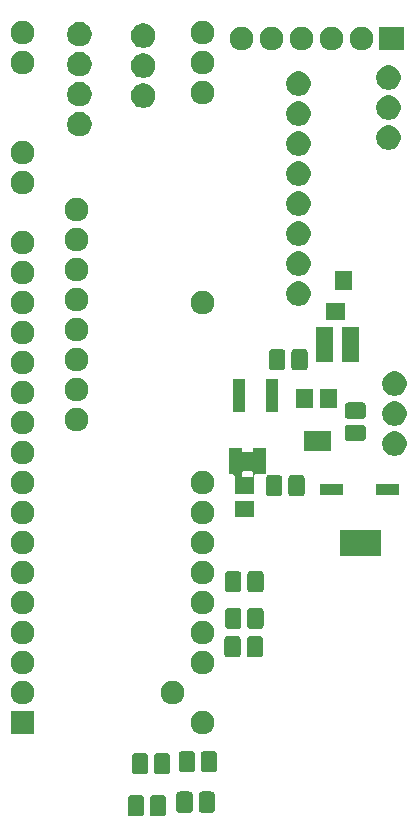
<source format=gbr>
G04 #@! TF.GenerationSoftware,KiCad,Pcbnew,(5.0.1)-rc2*
G04 #@! TF.CreationDate,2019-01-10T23:34:48-07:00*
G04 #@! TF.ProjectId,GPSLogger,4750534C6F676765722E6B696361645F,rev?*
G04 #@! TF.SameCoordinates,Original*
G04 #@! TF.FileFunction,Soldermask,Bot*
G04 #@! TF.FilePolarity,Negative*
%FSLAX46Y46*%
G04 Gerber Fmt 4.6, Leading zero omitted, Abs format (unit mm)*
G04 Created by KiCad (PCBNEW (5.0.1)-rc2) date 1/10/2019 11:34:48 PM*
%MOMM*%
%LPD*%
G01*
G04 APERTURE LIST*
%ADD10C,0.100000*%
G04 APERTURE END LIST*
D10*
G36*
X141984997Y-92768497D02*
X142037653Y-92784470D01*
X142086165Y-92810400D01*
X142128696Y-92845304D01*
X142163600Y-92887835D01*
X142189530Y-92936347D01*
X142205503Y-92989003D01*
X142211500Y-93049890D01*
X142211500Y-94275110D01*
X142205503Y-94335997D01*
X142189530Y-94388653D01*
X142163600Y-94437165D01*
X142128696Y-94479696D01*
X142086165Y-94514600D01*
X142037653Y-94540530D01*
X141984997Y-94556503D01*
X141924110Y-94562500D01*
X141123890Y-94562500D01*
X141063003Y-94556503D01*
X141010347Y-94540530D01*
X140961835Y-94514600D01*
X140919304Y-94479696D01*
X140884400Y-94437165D01*
X140858470Y-94388653D01*
X140842497Y-94335997D01*
X140836500Y-94275110D01*
X140836500Y-93049890D01*
X140842497Y-92989003D01*
X140858470Y-92936347D01*
X140884400Y-92887835D01*
X140919304Y-92845304D01*
X140961835Y-92810400D01*
X141010347Y-92784470D01*
X141063003Y-92768497D01*
X141123890Y-92762500D01*
X141924110Y-92762500D01*
X141984997Y-92768497D01*
X141984997Y-92768497D01*
G37*
G36*
X140109997Y-92768497D02*
X140162653Y-92784470D01*
X140211165Y-92810400D01*
X140253696Y-92845304D01*
X140288600Y-92887835D01*
X140314530Y-92936347D01*
X140330503Y-92989003D01*
X140336500Y-93049890D01*
X140336500Y-94275110D01*
X140330503Y-94335997D01*
X140314530Y-94388653D01*
X140288600Y-94437165D01*
X140253696Y-94479696D01*
X140211165Y-94514600D01*
X140162653Y-94540530D01*
X140109997Y-94556503D01*
X140049110Y-94562500D01*
X139248890Y-94562500D01*
X139188003Y-94556503D01*
X139135347Y-94540530D01*
X139086835Y-94514600D01*
X139044304Y-94479696D01*
X139009400Y-94437165D01*
X138983470Y-94388653D01*
X138967497Y-94335997D01*
X138961500Y-94275110D01*
X138961500Y-93049890D01*
X138967497Y-92989003D01*
X138983470Y-92936347D01*
X139009400Y-92887835D01*
X139044304Y-92845304D01*
X139086835Y-92810400D01*
X139135347Y-92784470D01*
X139188003Y-92768497D01*
X139248890Y-92762500D01*
X140049110Y-92762500D01*
X140109997Y-92768497D01*
X140109997Y-92768497D01*
G37*
G36*
X144239997Y-92450997D02*
X144292653Y-92466970D01*
X144341165Y-92492900D01*
X144383696Y-92527804D01*
X144418600Y-92570335D01*
X144444530Y-92618847D01*
X144460503Y-92671503D01*
X144466500Y-92732390D01*
X144466500Y-93957610D01*
X144460503Y-94018497D01*
X144444530Y-94071153D01*
X144418600Y-94119665D01*
X144383696Y-94162196D01*
X144341165Y-94197100D01*
X144292653Y-94223030D01*
X144239997Y-94239003D01*
X144179110Y-94245000D01*
X143378890Y-94245000D01*
X143318003Y-94239003D01*
X143265347Y-94223030D01*
X143216835Y-94197100D01*
X143174304Y-94162196D01*
X143139400Y-94119665D01*
X143113470Y-94071153D01*
X143097497Y-94018497D01*
X143091500Y-93957610D01*
X143091500Y-92732390D01*
X143097497Y-92671503D01*
X143113470Y-92618847D01*
X143139400Y-92570335D01*
X143174304Y-92527804D01*
X143216835Y-92492900D01*
X143265347Y-92466970D01*
X143318003Y-92450997D01*
X143378890Y-92445000D01*
X144179110Y-92445000D01*
X144239997Y-92450997D01*
X144239997Y-92450997D01*
G37*
G36*
X146114997Y-92450997D02*
X146167653Y-92466970D01*
X146216165Y-92492900D01*
X146258696Y-92527804D01*
X146293600Y-92570335D01*
X146319530Y-92618847D01*
X146335503Y-92671503D01*
X146341500Y-92732390D01*
X146341500Y-93957610D01*
X146335503Y-94018497D01*
X146319530Y-94071153D01*
X146293600Y-94119665D01*
X146258696Y-94162196D01*
X146216165Y-94197100D01*
X146167653Y-94223030D01*
X146114997Y-94239003D01*
X146054110Y-94245000D01*
X145253890Y-94245000D01*
X145193003Y-94239003D01*
X145140347Y-94223030D01*
X145091835Y-94197100D01*
X145049304Y-94162196D01*
X145014400Y-94119665D01*
X144988470Y-94071153D01*
X144972497Y-94018497D01*
X144966500Y-93957610D01*
X144966500Y-92732390D01*
X144972497Y-92671503D01*
X144988470Y-92618847D01*
X145014400Y-92570335D01*
X145049304Y-92527804D01*
X145091835Y-92492900D01*
X145140347Y-92466970D01*
X145193003Y-92450997D01*
X145253890Y-92445000D01*
X146054110Y-92445000D01*
X146114997Y-92450997D01*
X146114997Y-92450997D01*
G37*
G36*
X140460997Y-89205997D02*
X140513653Y-89221970D01*
X140562165Y-89247900D01*
X140604696Y-89282804D01*
X140639600Y-89325335D01*
X140665530Y-89373847D01*
X140681503Y-89426503D01*
X140687500Y-89487390D01*
X140687500Y-90712610D01*
X140681503Y-90773497D01*
X140665530Y-90826153D01*
X140639600Y-90874665D01*
X140604696Y-90917196D01*
X140562165Y-90952100D01*
X140513653Y-90978030D01*
X140460997Y-90994003D01*
X140400110Y-91000000D01*
X139599890Y-91000000D01*
X139539003Y-90994003D01*
X139486347Y-90978030D01*
X139437835Y-90952100D01*
X139395304Y-90917196D01*
X139360400Y-90874665D01*
X139334470Y-90826153D01*
X139318497Y-90773497D01*
X139312500Y-90712610D01*
X139312500Y-89487390D01*
X139318497Y-89426503D01*
X139334470Y-89373847D01*
X139360400Y-89325335D01*
X139395304Y-89282804D01*
X139437835Y-89247900D01*
X139486347Y-89221970D01*
X139539003Y-89205997D01*
X139599890Y-89200000D01*
X140400110Y-89200000D01*
X140460997Y-89205997D01*
X140460997Y-89205997D01*
G37*
G36*
X142335997Y-89205997D02*
X142388653Y-89221970D01*
X142437165Y-89247900D01*
X142479696Y-89282804D01*
X142514600Y-89325335D01*
X142540530Y-89373847D01*
X142556503Y-89426503D01*
X142562500Y-89487390D01*
X142562500Y-90712610D01*
X142556503Y-90773497D01*
X142540530Y-90826153D01*
X142514600Y-90874665D01*
X142479696Y-90917196D01*
X142437165Y-90952100D01*
X142388653Y-90978030D01*
X142335997Y-90994003D01*
X142275110Y-91000000D01*
X141474890Y-91000000D01*
X141414003Y-90994003D01*
X141361347Y-90978030D01*
X141312835Y-90952100D01*
X141270304Y-90917196D01*
X141235400Y-90874665D01*
X141209470Y-90826153D01*
X141193497Y-90773497D01*
X141187500Y-90712610D01*
X141187500Y-89487390D01*
X141193497Y-89426503D01*
X141209470Y-89373847D01*
X141235400Y-89325335D01*
X141270304Y-89282804D01*
X141312835Y-89247900D01*
X141361347Y-89221970D01*
X141414003Y-89205997D01*
X141474890Y-89200000D01*
X142275110Y-89200000D01*
X142335997Y-89205997D01*
X142335997Y-89205997D01*
G37*
G36*
X144430497Y-89021997D02*
X144483153Y-89037970D01*
X144531665Y-89063900D01*
X144574196Y-89098804D01*
X144609100Y-89141335D01*
X144635030Y-89189847D01*
X144651003Y-89242503D01*
X144657000Y-89303390D01*
X144657000Y-90528610D01*
X144651003Y-90589497D01*
X144635030Y-90642153D01*
X144609100Y-90690665D01*
X144574196Y-90733196D01*
X144531665Y-90768100D01*
X144483153Y-90794030D01*
X144430497Y-90810003D01*
X144369610Y-90816000D01*
X143569390Y-90816000D01*
X143508503Y-90810003D01*
X143455847Y-90794030D01*
X143407335Y-90768100D01*
X143364804Y-90733196D01*
X143329900Y-90690665D01*
X143303970Y-90642153D01*
X143287997Y-90589497D01*
X143282000Y-90528610D01*
X143282000Y-89303390D01*
X143287997Y-89242503D01*
X143303970Y-89189847D01*
X143329900Y-89141335D01*
X143364804Y-89098804D01*
X143407335Y-89063900D01*
X143455847Y-89037970D01*
X143508503Y-89021997D01*
X143569390Y-89016000D01*
X144369610Y-89016000D01*
X144430497Y-89021997D01*
X144430497Y-89021997D01*
G37*
G36*
X146305497Y-89021997D02*
X146358153Y-89037970D01*
X146406665Y-89063900D01*
X146449196Y-89098804D01*
X146484100Y-89141335D01*
X146510030Y-89189847D01*
X146526003Y-89242503D01*
X146532000Y-89303390D01*
X146532000Y-90528610D01*
X146526003Y-90589497D01*
X146510030Y-90642153D01*
X146484100Y-90690665D01*
X146449196Y-90733196D01*
X146406665Y-90768100D01*
X146358153Y-90794030D01*
X146305497Y-90810003D01*
X146244610Y-90816000D01*
X145444390Y-90816000D01*
X145383503Y-90810003D01*
X145330847Y-90794030D01*
X145282335Y-90768100D01*
X145239804Y-90733196D01*
X145204900Y-90690665D01*
X145178970Y-90642153D01*
X145162997Y-90589497D01*
X145157000Y-90528610D01*
X145157000Y-89303390D01*
X145162997Y-89242503D01*
X145178970Y-89189847D01*
X145204900Y-89141335D01*
X145239804Y-89098804D01*
X145282335Y-89063900D01*
X145330847Y-89037970D01*
X145383503Y-89021997D01*
X145444390Y-89016000D01*
X146244610Y-89016000D01*
X146305497Y-89021997D01*
X146305497Y-89021997D01*
G37*
G36*
X131048000Y-87614000D02*
X129048000Y-87614000D01*
X129048000Y-85614000D01*
X131048000Y-85614000D01*
X131048000Y-87614000D01*
X131048000Y-87614000D01*
G37*
G36*
X145463770Y-85629372D02*
X145579689Y-85652429D01*
X145761678Y-85727811D01*
X145925463Y-85837249D01*
X146064751Y-85976537D01*
X146174189Y-86140322D01*
X146249571Y-86322311D01*
X146288000Y-86515509D01*
X146288000Y-86712491D01*
X146249571Y-86905689D01*
X146174189Y-87087678D01*
X146064751Y-87251463D01*
X145925463Y-87390751D01*
X145761678Y-87500189D01*
X145579689Y-87575571D01*
X145463770Y-87598628D01*
X145386493Y-87614000D01*
X145189507Y-87614000D01*
X145112230Y-87598628D01*
X144996311Y-87575571D01*
X144814322Y-87500189D01*
X144650537Y-87390751D01*
X144511249Y-87251463D01*
X144401811Y-87087678D01*
X144326429Y-86905689D01*
X144288000Y-86712491D01*
X144288000Y-86515509D01*
X144326429Y-86322311D01*
X144401811Y-86140322D01*
X144511249Y-85976537D01*
X144650537Y-85837249D01*
X144814322Y-85727811D01*
X144996311Y-85652429D01*
X145112230Y-85629372D01*
X145189507Y-85614000D01*
X145386493Y-85614000D01*
X145463770Y-85629372D01*
X145463770Y-85629372D01*
G37*
G36*
X130223770Y-83089372D02*
X130339689Y-83112429D01*
X130521678Y-83187811D01*
X130685463Y-83297249D01*
X130824751Y-83436537D01*
X130934189Y-83600322D01*
X131009571Y-83782311D01*
X131048000Y-83975509D01*
X131048000Y-84172491D01*
X131009571Y-84365689D01*
X130934189Y-84547678D01*
X130824751Y-84711463D01*
X130685463Y-84850751D01*
X130521678Y-84960189D01*
X130339689Y-85035571D01*
X130223770Y-85058628D01*
X130146493Y-85074000D01*
X129949507Y-85074000D01*
X129872230Y-85058628D01*
X129756311Y-85035571D01*
X129574322Y-84960189D01*
X129410537Y-84850751D01*
X129271249Y-84711463D01*
X129161811Y-84547678D01*
X129086429Y-84365689D01*
X129048000Y-84172491D01*
X129048000Y-83975509D01*
X129086429Y-83782311D01*
X129161811Y-83600322D01*
X129271249Y-83436537D01*
X129410537Y-83297249D01*
X129574322Y-83187811D01*
X129756311Y-83112429D01*
X129872230Y-83089372D01*
X129949507Y-83074000D01*
X130146493Y-83074000D01*
X130223770Y-83089372D01*
X130223770Y-83089372D01*
G37*
G36*
X142923770Y-83089372D02*
X143039689Y-83112429D01*
X143221678Y-83187811D01*
X143385463Y-83297249D01*
X143524751Y-83436537D01*
X143634189Y-83600322D01*
X143709571Y-83782311D01*
X143748000Y-83975509D01*
X143748000Y-84172491D01*
X143709571Y-84365689D01*
X143634189Y-84547678D01*
X143524751Y-84711463D01*
X143385463Y-84850751D01*
X143221678Y-84960189D01*
X143039689Y-85035571D01*
X142923770Y-85058628D01*
X142846493Y-85074000D01*
X142649507Y-85074000D01*
X142572230Y-85058628D01*
X142456311Y-85035571D01*
X142274322Y-84960189D01*
X142110537Y-84850751D01*
X141971249Y-84711463D01*
X141861811Y-84547678D01*
X141786429Y-84365689D01*
X141748000Y-84172491D01*
X141748000Y-83975509D01*
X141786429Y-83782311D01*
X141861811Y-83600322D01*
X141971249Y-83436537D01*
X142110537Y-83297249D01*
X142274322Y-83187811D01*
X142456311Y-83112429D01*
X142572230Y-83089372D01*
X142649507Y-83074000D01*
X142846493Y-83074000D01*
X142923770Y-83089372D01*
X142923770Y-83089372D01*
G37*
G36*
X145463770Y-80549372D02*
X145579689Y-80572429D01*
X145761678Y-80647811D01*
X145925463Y-80757249D01*
X146064751Y-80896537D01*
X146174189Y-81060322D01*
X146249571Y-81242311D01*
X146288000Y-81435509D01*
X146288000Y-81632491D01*
X146249571Y-81825689D01*
X146174189Y-82007678D01*
X146064751Y-82171463D01*
X145925463Y-82310751D01*
X145761678Y-82420189D01*
X145579689Y-82495571D01*
X145463770Y-82518628D01*
X145386493Y-82534000D01*
X145189507Y-82534000D01*
X145112230Y-82518628D01*
X144996311Y-82495571D01*
X144814322Y-82420189D01*
X144650537Y-82310751D01*
X144511249Y-82171463D01*
X144401811Y-82007678D01*
X144326429Y-81825689D01*
X144288000Y-81632491D01*
X144288000Y-81435509D01*
X144326429Y-81242311D01*
X144401811Y-81060322D01*
X144511249Y-80896537D01*
X144650537Y-80757249D01*
X144814322Y-80647811D01*
X144996311Y-80572429D01*
X145112230Y-80549372D01*
X145189507Y-80534000D01*
X145386493Y-80534000D01*
X145463770Y-80549372D01*
X145463770Y-80549372D01*
G37*
G36*
X130223770Y-80549372D02*
X130339689Y-80572429D01*
X130521678Y-80647811D01*
X130685463Y-80757249D01*
X130824751Y-80896537D01*
X130934189Y-81060322D01*
X131009571Y-81242311D01*
X131048000Y-81435509D01*
X131048000Y-81632491D01*
X131009571Y-81825689D01*
X130934189Y-82007678D01*
X130824751Y-82171463D01*
X130685463Y-82310751D01*
X130521678Y-82420189D01*
X130339689Y-82495571D01*
X130223770Y-82518628D01*
X130146493Y-82534000D01*
X129949507Y-82534000D01*
X129872230Y-82518628D01*
X129756311Y-82495571D01*
X129574322Y-82420189D01*
X129410537Y-82310751D01*
X129271249Y-82171463D01*
X129161811Y-82007678D01*
X129086429Y-81825689D01*
X129048000Y-81632491D01*
X129048000Y-81435509D01*
X129086429Y-81242311D01*
X129161811Y-81060322D01*
X129271249Y-80896537D01*
X129410537Y-80757249D01*
X129574322Y-80647811D01*
X129756311Y-80572429D01*
X129872230Y-80549372D01*
X129949507Y-80534000D01*
X130146493Y-80534000D01*
X130223770Y-80549372D01*
X130223770Y-80549372D01*
G37*
G36*
X148306497Y-79306497D02*
X148359153Y-79322470D01*
X148407665Y-79348400D01*
X148450196Y-79383304D01*
X148485100Y-79425835D01*
X148511030Y-79474347D01*
X148527003Y-79527003D01*
X148533000Y-79587890D01*
X148533000Y-80813110D01*
X148527003Y-80873997D01*
X148511030Y-80926653D01*
X148485100Y-80975165D01*
X148450196Y-81017696D01*
X148407665Y-81052600D01*
X148359153Y-81078530D01*
X148306497Y-81094503D01*
X148245610Y-81100500D01*
X147445390Y-81100500D01*
X147384503Y-81094503D01*
X147331847Y-81078530D01*
X147283335Y-81052600D01*
X147240804Y-81017696D01*
X147205900Y-80975165D01*
X147179970Y-80926653D01*
X147163997Y-80873997D01*
X147158000Y-80813110D01*
X147158000Y-79587890D01*
X147163997Y-79527003D01*
X147179970Y-79474347D01*
X147205900Y-79425835D01*
X147240804Y-79383304D01*
X147283335Y-79348400D01*
X147331847Y-79322470D01*
X147384503Y-79306497D01*
X147445390Y-79300500D01*
X148245610Y-79300500D01*
X148306497Y-79306497D01*
X148306497Y-79306497D01*
G37*
G36*
X150181497Y-79306497D02*
X150234153Y-79322470D01*
X150282665Y-79348400D01*
X150325196Y-79383304D01*
X150360100Y-79425835D01*
X150386030Y-79474347D01*
X150402003Y-79527003D01*
X150408000Y-79587890D01*
X150408000Y-80813110D01*
X150402003Y-80873997D01*
X150386030Y-80926653D01*
X150360100Y-80975165D01*
X150325196Y-81017696D01*
X150282665Y-81052600D01*
X150234153Y-81078530D01*
X150181497Y-81094503D01*
X150120610Y-81100500D01*
X149320390Y-81100500D01*
X149259503Y-81094503D01*
X149206847Y-81078530D01*
X149158335Y-81052600D01*
X149115804Y-81017696D01*
X149080900Y-80975165D01*
X149054970Y-80926653D01*
X149038997Y-80873997D01*
X149033000Y-80813110D01*
X149033000Y-79587890D01*
X149038997Y-79527003D01*
X149054970Y-79474347D01*
X149080900Y-79425835D01*
X149115804Y-79383304D01*
X149158335Y-79348400D01*
X149206847Y-79322470D01*
X149259503Y-79306497D01*
X149320390Y-79300500D01*
X150120610Y-79300500D01*
X150181497Y-79306497D01*
X150181497Y-79306497D01*
G37*
G36*
X130223770Y-78009372D02*
X130339689Y-78032429D01*
X130521678Y-78107811D01*
X130685463Y-78217249D01*
X130824751Y-78356537D01*
X130934189Y-78520322D01*
X131009571Y-78702311D01*
X131048000Y-78895509D01*
X131048000Y-79092491D01*
X131009571Y-79285689D01*
X130934189Y-79467678D01*
X130824751Y-79631463D01*
X130685463Y-79770751D01*
X130521678Y-79880189D01*
X130339689Y-79955571D01*
X130223770Y-79978628D01*
X130146493Y-79994000D01*
X129949507Y-79994000D01*
X129872230Y-79978628D01*
X129756311Y-79955571D01*
X129574322Y-79880189D01*
X129410537Y-79770751D01*
X129271249Y-79631463D01*
X129161811Y-79467678D01*
X129086429Y-79285689D01*
X129048000Y-79092491D01*
X129048000Y-78895509D01*
X129086429Y-78702311D01*
X129161811Y-78520322D01*
X129271249Y-78356537D01*
X129410537Y-78217249D01*
X129574322Y-78107811D01*
X129756311Y-78032429D01*
X129872230Y-78009372D01*
X129949507Y-77994000D01*
X130146493Y-77994000D01*
X130223770Y-78009372D01*
X130223770Y-78009372D01*
G37*
G36*
X145463770Y-78009372D02*
X145579689Y-78032429D01*
X145761678Y-78107811D01*
X145925463Y-78217249D01*
X146064751Y-78356537D01*
X146174189Y-78520322D01*
X146249571Y-78702311D01*
X146288000Y-78895509D01*
X146288000Y-79092491D01*
X146249571Y-79285689D01*
X146174189Y-79467678D01*
X146064751Y-79631463D01*
X145925463Y-79770751D01*
X145761678Y-79880189D01*
X145579689Y-79955571D01*
X145463770Y-79978628D01*
X145386493Y-79994000D01*
X145189507Y-79994000D01*
X145112230Y-79978628D01*
X144996311Y-79955571D01*
X144814322Y-79880189D01*
X144650537Y-79770751D01*
X144511249Y-79631463D01*
X144401811Y-79467678D01*
X144326429Y-79285689D01*
X144288000Y-79092491D01*
X144288000Y-78895509D01*
X144326429Y-78702311D01*
X144401811Y-78520322D01*
X144511249Y-78356537D01*
X144650537Y-78217249D01*
X144814322Y-78107811D01*
X144996311Y-78032429D01*
X145112230Y-78009372D01*
X145189507Y-77994000D01*
X145386493Y-77994000D01*
X145463770Y-78009372D01*
X145463770Y-78009372D01*
G37*
G36*
X148367497Y-76893497D02*
X148420153Y-76909470D01*
X148468665Y-76935400D01*
X148511196Y-76970304D01*
X148546100Y-77012835D01*
X148572030Y-77061347D01*
X148588003Y-77114003D01*
X148594000Y-77174890D01*
X148594000Y-78400110D01*
X148588003Y-78460997D01*
X148572030Y-78513653D01*
X148546100Y-78562165D01*
X148511196Y-78604696D01*
X148468665Y-78639600D01*
X148420153Y-78665530D01*
X148367497Y-78681503D01*
X148306610Y-78687500D01*
X147506390Y-78687500D01*
X147445503Y-78681503D01*
X147392847Y-78665530D01*
X147344335Y-78639600D01*
X147301804Y-78604696D01*
X147266900Y-78562165D01*
X147240970Y-78513653D01*
X147224997Y-78460997D01*
X147219000Y-78400110D01*
X147219000Y-77174890D01*
X147224997Y-77114003D01*
X147240970Y-77061347D01*
X147266900Y-77012835D01*
X147301804Y-76970304D01*
X147344335Y-76935400D01*
X147392847Y-76909470D01*
X147445503Y-76893497D01*
X147506390Y-76887500D01*
X148306610Y-76887500D01*
X148367497Y-76893497D01*
X148367497Y-76893497D01*
G37*
G36*
X150242497Y-76893497D02*
X150295153Y-76909470D01*
X150343665Y-76935400D01*
X150386196Y-76970304D01*
X150421100Y-77012835D01*
X150447030Y-77061347D01*
X150463003Y-77114003D01*
X150469000Y-77174890D01*
X150469000Y-78400110D01*
X150463003Y-78460997D01*
X150447030Y-78513653D01*
X150421100Y-78562165D01*
X150386196Y-78604696D01*
X150343665Y-78639600D01*
X150295153Y-78665530D01*
X150242497Y-78681503D01*
X150181610Y-78687500D01*
X149381390Y-78687500D01*
X149320503Y-78681503D01*
X149267847Y-78665530D01*
X149219335Y-78639600D01*
X149176804Y-78604696D01*
X149141900Y-78562165D01*
X149115970Y-78513653D01*
X149099997Y-78460997D01*
X149094000Y-78400110D01*
X149094000Y-77174890D01*
X149099997Y-77114003D01*
X149115970Y-77061347D01*
X149141900Y-77012835D01*
X149176804Y-76970304D01*
X149219335Y-76935400D01*
X149267847Y-76909470D01*
X149320503Y-76893497D01*
X149381390Y-76887500D01*
X150181610Y-76887500D01*
X150242497Y-76893497D01*
X150242497Y-76893497D01*
G37*
G36*
X145463770Y-75469372D02*
X145579689Y-75492429D01*
X145761678Y-75567811D01*
X145925463Y-75677249D01*
X146064751Y-75816537D01*
X146174189Y-75980322D01*
X146249571Y-76162311D01*
X146288000Y-76355509D01*
X146288000Y-76552491D01*
X146249571Y-76745689D01*
X146174189Y-76927678D01*
X146064751Y-77091463D01*
X145925463Y-77230751D01*
X145761678Y-77340189D01*
X145579689Y-77415571D01*
X145463770Y-77438628D01*
X145386493Y-77454000D01*
X145189507Y-77454000D01*
X145112230Y-77438628D01*
X144996311Y-77415571D01*
X144814322Y-77340189D01*
X144650537Y-77230751D01*
X144511249Y-77091463D01*
X144401811Y-76927678D01*
X144326429Y-76745689D01*
X144288000Y-76552491D01*
X144288000Y-76355509D01*
X144326429Y-76162311D01*
X144401811Y-75980322D01*
X144511249Y-75816537D01*
X144650537Y-75677249D01*
X144814322Y-75567811D01*
X144996311Y-75492429D01*
X145112230Y-75469372D01*
X145189507Y-75454000D01*
X145386493Y-75454000D01*
X145463770Y-75469372D01*
X145463770Y-75469372D01*
G37*
G36*
X130223770Y-75469372D02*
X130339689Y-75492429D01*
X130521678Y-75567811D01*
X130685463Y-75677249D01*
X130824751Y-75816537D01*
X130934189Y-75980322D01*
X131009571Y-76162311D01*
X131048000Y-76355509D01*
X131048000Y-76552491D01*
X131009571Y-76745689D01*
X130934189Y-76927678D01*
X130824751Y-77091463D01*
X130685463Y-77230751D01*
X130521678Y-77340189D01*
X130339689Y-77415571D01*
X130223770Y-77438628D01*
X130146493Y-77454000D01*
X129949507Y-77454000D01*
X129872230Y-77438628D01*
X129756311Y-77415571D01*
X129574322Y-77340189D01*
X129410537Y-77230751D01*
X129271249Y-77091463D01*
X129161811Y-76927678D01*
X129086429Y-76745689D01*
X129048000Y-76552491D01*
X129048000Y-76355509D01*
X129086429Y-76162311D01*
X129161811Y-75980322D01*
X129271249Y-75816537D01*
X129410537Y-75677249D01*
X129574322Y-75567811D01*
X129756311Y-75492429D01*
X129872230Y-75469372D01*
X129949507Y-75454000D01*
X130146493Y-75454000D01*
X130223770Y-75469372D01*
X130223770Y-75469372D01*
G37*
G36*
X148369997Y-73781997D02*
X148422653Y-73797970D01*
X148471165Y-73823900D01*
X148513696Y-73858804D01*
X148548600Y-73901335D01*
X148574530Y-73949847D01*
X148590503Y-74002503D01*
X148596500Y-74063390D01*
X148596500Y-75288610D01*
X148590503Y-75349497D01*
X148574530Y-75402153D01*
X148548600Y-75450665D01*
X148513696Y-75493196D01*
X148471165Y-75528100D01*
X148422653Y-75554030D01*
X148369997Y-75570003D01*
X148309110Y-75576000D01*
X147508890Y-75576000D01*
X147448003Y-75570003D01*
X147395347Y-75554030D01*
X147346835Y-75528100D01*
X147304304Y-75493196D01*
X147269400Y-75450665D01*
X147243470Y-75402153D01*
X147227497Y-75349497D01*
X147221500Y-75288610D01*
X147221500Y-74063390D01*
X147227497Y-74002503D01*
X147243470Y-73949847D01*
X147269400Y-73901335D01*
X147304304Y-73858804D01*
X147346835Y-73823900D01*
X147395347Y-73797970D01*
X147448003Y-73781997D01*
X147508890Y-73776000D01*
X148309110Y-73776000D01*
X148369997Y-73781997D01*
X148369997Y-73781997D01*
G37*
G36*
X150244997Y-73781997D02*
X150297653Y-73797970D01*
X150346165Y-73823900D01*
X150388696Y-73858804D01*
X150423600Y-73901335D01*
X150449530Y-73949847D01*
X150465503Y-74002503D01*
X150471500Y-74063390D01*
X150471500Y-75288610D01*
X150465503Y-75349497D01*
X150449530Y-75402153D01*
X150423600Y-75450665D01*
X150388696Y-75493196D01*
X150346165Y-75528100D01*
X150297653Y-75554030D01*
X150244997Y-75570003D01*
X150184110Y-75576000D01*
X149383890Y-75576000D01*
X149323003Y-75570003D01*
X149270347Y-75554030D01*
X149221835Y-75528100D01*
X149179304Y-75493196D01*
X149144400Y-75450665D01*
X149118470Y-75402153D01*
X149102497Y-75349497D01*
X149096500Y-75288610D01*
X149096500Y-74063390D01*
X149102497Y-74002503D01*
X149118470Y-73949847D01*
X149144400Y-73901335D01*
X149179304Y-73858804D01*
X149221835Y-73823900D01*
X149270347Y-73797970D01*
X149323003Y-73781997D01*
X149383890Y-73776000D01*
X150184110Y-73776000D01*
X150244997Y-73781997D01*
X150244997Y-73781997D01*
G37*
G36*
X145463770Y-72929372D02*
X145579689Y-72952429D01*
X145761678Y-73027811D01*
X145925463Y-73137249D01*
X146064751Y-73276537D01*
X146174189Y-73440322D01*
X146249571Y-73622311D01*
X146272628Y-73738230D01*
X146288000Y-73815507D01*
X146288000Y-74012493D01*
X146277876Y-74063390D01*
X146249571Y-74205689D01*
X146174189Y-74387678D01*
X146064751Y-74551463D01*
X145925463Y-74690751D01*
X145761678Y-74800189D01*
X145579689Y-74875571D01*
X145463770Y-74898628D01*
X145386493Y-74914000D01*
X145189507Y-74914000D01*
X145112230Y-74898628D01*
X144996311Y-74875571D01*
X144814322Y-74800189D01*
X144650537Y-74690751D01*
X144511249Y-74551463D01*
X144401811Y-74387678D01*
X144326429Y-74205689D01*
X144298124Y-74063390D01*
X144288000Y-74012493D01*
X144288000Y-73815507D01*
X144303372Y-73738230D01*
X144326429Y-73622311D01*
X144401811Y-73440322D01*
X144511249Y-73276537D01*
X144650537Y-73137249D01*
X144814322Y-73027811D01*
X144996311Y-72952429D01*
X145112230Y-72929372D01*
X145189507Y-72914000D01*
X145386493Y-72914000D01*
X145463770Y-72929372D01*
X145463770Y-72929372D01*
G37*
G36*
X130223770Y-72929372D02*
X130339689Y-72952429D01*
X130521678Y-73027811D01*
X130685463Y-73137249D01*
X130824751Y-73276537D01*
X130934189Y-73440322D01*
X131009571Y-73622311D01*
X131032628Y-73738230D01*
X131048000Y-73815507D01*
X131048000Y-74012493D01*
X131037876Y-74063390D01*
X131009571Y-74205689D01*
X130934189Y-74387678D01*
X130824751Y-74551463D01*
X130685463Y-74690751D01*
X130521678Y-74800189D01*
X130339689Y-74875571D01*
X130223770Y-74898628D01*
X130146493Y-74914000D01*
X129949507Y-74914000D01*
X129872230Y-74898628D01*
X129756311Y-74875571D01*
X129574322Y-74800189D01*
X129410537Y-74690751D01*
X129271249Y-74551463D01*
X129161811Y-74387678D01*
X129086429Y-74205689D01*
X129058124Y-74063390D01*
X129048000Y-74012493D01*
X129048000Y-73815507D01*
X129063372Y-73738230D01*
X129086429Y-73622311D01*
X129161811Y-73440322D01*
X129271249Y-73276537D01*
X129410537Y-73137249D01*
X129574322Y-73027811D01*
X129756311Y-72952429D01*
X129872230Y-72929372D01*
X129949507Y-72914000D01*
X130146493Y-72914000D01*
X130223770Y-72929372D01*
X130223770Y-72929372D01*
G37*
G36*
X160380000Y-72478000D02*
X156980000Y-72478000D01*
X156980000Y-70278000D01*
X160380000Y-70278000D01*
X160380000Y-72478000D01*
X160380000Y-72478000D01*
G37*
G36*
X145463770Y-70389372D02*
X145579689Y-70412429D01*
X145761678Y-70487811D01*
X145925463Y-70597249D01*
X146064751Y-70736537D01*
X146174189Y-70900322D01*
X146249571Y-71082311D01*
X146288000Y-71275509D01*
X146288000Y-71472491D01*
X146249571Y-71665689D01*
X146174189Y-71847678D01*
X146064751Y-72011463D01*
X145925463Y-72150751D01*
X145761678Y-72260189D01*
X145579689Y-72335571D01*
X145463770Y-72358628D01*
X145386493Y-72374000D01*
X145189507Y-72374000D01*
X145112230Y-72358628D01*
X144996311Y-72335571D01*
X144814322Y-72260189D01*
X144650537Y-72150751D01*
X144511249Y-72011463D01*
X144401811Y-71847678D01*
X144326429Y-71665689D01*
X144288000Y-71472491D01*
X144288000Y-71275509D01*
X144326429Y-71082311D01*
X144401811Y-70900322D01*
X144511249Y-70736537D01*
X144650537Y-70597249D01*
X144814322Y-70487811D01*
X144996311Y-70412429D01*
X145112230Y-70389372D01*
X145189507Y-70374000D01*
X145386493Y-70374000D01*
X145463770Y-70389372D01*
X145463770Y-70389372D01*
G37*
G36*
X130223770Y-70389372D02*
X130339689Y-70412429D01*
X130521678Y-70487811D01*
X130685463Y-70597249D01*
X130824751Y-70736537D01*
X130934189Y-70900322D01*
X131009571Y-71082311D01*
X131048000Y-71275509D01*
X131048000Y-71472491D01*
X131009571Y-71665689D01*
X130934189Y-71847678D01*
X130824751Y-72011463D01*
X130685463Y-72150751D01*
X130521678Y-72260189D01*
X130339689Y-72335571D01*
X130223770Y-72358628D01*
X130146493Y-72374000D01*
X129949507Y-72374000D01*
X129872230Y-72358628D01*
X129756311Y-72335571D01*
X129574322Y-72260189D01*
X129410537Y-72150751D01*
X129271249Y-72011463D01*
X129161811Y-71847678D01*
X129086429Y-71665689D01*
X129048000Y-71472491D01*
X129048000Y-71275509D01*
X129086429Y-71082311D01*
X129161811Y-70900322D01*
X129271249Y-70736537D01*
X129410537Y-70597249D01*
X129574322Y-70487811D01*
X129756311Y-70412429D01*
X129872230Y-70389372D01*
X129949507Y-70374000D01*
X130146493Y-70374000D01*
X130223770Y-70389372D01*
X130223770Y-70389372D01*
G37*
G36*
X145456875Y-67848000D02*
X145579689Y-67872429D01*
X145761678Y-67947811D01*
X145925463Y-68057249D01*
X146064751Y-68196537D01*
X146174189Y-68360322D01*
X146249571Y-68542311D01*
X146288000Y-68735509D01*
X146288000Y-68932491D01*
X146249571Y-69125689D01*
X146174189Y-69307678D01*
X146064751Y-69471463D01*
X145925463Y-69610751D01*
X145761678Y-69720189D01*
X145579689Y-69795571D01*
X145463770Y-69818628D01*
X145386493Y-69834000D01*
X145189507Y-69834000D01*
X145112230Y-69818628D01*
X144996311Y-69795571D01*
X144814322Y-69720189D01*
X144650537Y-69610751D01*
X144511249Y-69471463D01*
X144401811Y-69307678D01*
X144326429Y-69125689D01*
X144288000Y-68932491D01*
X144288000Y-68735509D01*
X144326429Y-68542311D01*
X144401811Y-68360322D01*
X144511249Y-68196537D01*
X144650537Y-68057249D01*
X144814322Y-67947811D01*
X144996311Y-67872429D01*
X145119125Y-67848000D01*
X145189507Y-67834000D01*
X145386493Y-67834000D01*
X145456875Y-67848000D01*
X145456875Y-67848000D01*
G37*
G36*
X130216875Y-67848000D02*
X130339689Y-67872429D01*
X130521678Y-67947811D01*
X130685463Y-68057249D01*
X130824751Y-68196537D01*
X130934189Y-68360322D01*
X131009571Y-68542311D01*
X131048000Y-68735509D01*
X131048000Y-68932491D01*
X131009571Y-69125689D01*
X130934189Y-69307678D01*
X130824751Y-69471463D01*
X130685463Y-69610751D01*
X130521678Y-69720189D01*
X130339689Y-69795571D01*
X130223770Y-69818628D01*
X130146493Y-69834000D01*
X129949507Y-69834000D01*
X129872230Y-69818628D01*
X129756311Y-69795571D01*
X129574322Y-69720189D01*
X129410537Y-69610751D01*
X129271249Y-69471463D01*
X129161811Y-69307678D01*
X129086429Y-69125689D01*
X129048000Y-68932491D01*
X129048000Y-68735509D01*
X129086429Y-68542311D01*
X129161811Y-68360322D01*
X129271249Y-68196537D01*
X129410537Y-68057249D01*
X129574322Y-67947811D01*
X129756311Y-67872429D01*
X129879125Y-67848000D01*
X129949507Y-67834000D01*
X130146493Y-67834000D01*
X130216875Y-67848000D01*
X130216875Y-67848000D01*
G37*
G36*
X149669000Y-69248000D02*
X148019000Y-69248000D01*
X148019000Y-67848000D01*
X149669000Y-67848000D01*
X149669000Y-69248000D01*
X149669000Y-69248000D01*
G37*
G36*
X153719997Y-65653997D02*
X153772653Y-65669970D01*
X153821165Y-65695900D01*
X153863696Y-65730804D01*
X153898600Y-65773335D01*
X153924530Y-65821847D01*
X153940503Y-65874503D01*
X153946500Y-65935390D01*
X153946500Y-67160610D01*
X153940503Y-67221497D01*
X153924530Y-67274153D01*
X153898600Y-67322665D01*
X153863696Y-67365196D01*
X153821165Y-67400100D01*
X153772653Y-67426030D01*
X153719997Y-67442003D01*
X153659110Y-67448000D01*
X152858890Y-67448000D01*
X152798003Y-67442003D01*
X152745347Y-67426030D01*
X152696835Y-67400100D01*
X152654304Y-67365196D01*
X152619400Y-67322665D01*
X152593470Y-67274153D01*
X152577497Y-67221497D01*
X152571500Y-67160610D01*
X152571500Y-65935390D01*
X152577497Y-65874503D01*
X152593470Y-65821847D01*
X152619400Y-65773335D01*
X152654304Y-65730804D01*
X152696835Y-65695900D01*
X152745347Y-65669970D01*
X152798003Y-65653997D01*
X152858890Y-65648000D01*
X153659110Y-65648000D01*
X153719997Y-65653997D01*
X153719997Y-65653997D01*
G37*
G36*
X151844997Y-65653997D02*
X151897653Y-65669970D01*
X151946165Y-65695900D01*
X151988696Y-65730804D01*
X152023600Y-65773335D01*
X152049530Y-65821847D01*
X152065503Y-65874503D01*
X152071500Y-65935390D01*
X152071500Y-67160610D01*
X152065503Y-67221497D01*
X152049530Y-67274153D01*
X152023600Y-67322665D01*
X151988696Y-67365196D01*
X151946165Y-67400100D01*
X151897653Y-67426030D01*
X151844997Y-67442003D01*
X151784110Y-67448000D01*
X150983890Y-67448000D01*
X150923003Y-67442003D01*
X150870347Y-67426030D01*
X150821835Y-67400100D01*
X150779304Y-67365196D01*
X150744400Y-67322665D01*
X150718470Y-67274153D01*
X150702497Y-67221497D01*
X150696500Y-67160610D01*
X150696500Y-65935390D01*
X150702497Y-65874503D01*
X150718470Y-65821847D01*
X150738740Y-65783924D01*
X150748118Y-65761285D01*
X150752898Y-65737252D01*
X150752898Y-65712748D01*
X150748243Y-65689347D01*
X150764614Y-65694313D01*
X150789000Y-65696715D01*
X150813386Y-65694313D01*
X150847924Y-65681955D01*
X150870347Y-65669970D01*
X150923003Y-65653997D01*
X150983890Y-65648000D01*
X151784110Y-65648000D01*
X151844997Y-65653997D01*
X151844997Y-65653997D01*
G37*
G36*
X157192000Y-67378000D02*
X155268000Y-67378000D01*
X155268000Y-66378000D01*
X157192000Y-66378000D01*
X157192000Y-67378000D01*
X157192000Y-67378000D01*
G37*
G36*
X161942000Y-67378000D02*
X160018000Y-67378000D01*
X160018000Y-66378000D01*
X161942000Y-66378000D01*
X161942000Y-67378000D01*
X161942000Y-67378000D01*
G37*
G36*
X145463770Y-65309372D02*
X145579689Y-65332429D01*
X145761678Y-65407811D01*
X145925463Y-65517249D01*
X146064751Y-65656537D01*
X146174189Y-65820322D01*
X146249571Y-66002311D01*
X146288000Y-66195509D01*
X146288000Y-66392491D01*
X146249571Y-66585689D01*
X146174189Y-66767678D01*
X146064751Y-66931463D01*
X145925463Y-67070751D01*
X145761678Y-67180189D01*
X145579689Y-67255571D01*
X145463770Y-67278628D01*
X145386493Y-67294000D01*
X145189507Y-67294000D01*
X145112230Y-67278628D01*
X144996311Y-67255571D01*
X144814322Y-67180189D01*
X144650537Y-67070751D01*
X144511249Y-66931463D01*
X144401811Y-66767678D01*
X144326429Y-66585689D01*
X144288000Y-66392491D01*
X144288000Y-66195509D01*
X144326429Y-66002311D01*
X144401811Y-65820322D01*
X144511249Y-65656537D01*
X144650537Y-65517249D01*
X144814322Y-65407811D01*
X144996311Y-65332429D01*
X145112230Y-65309372D01*
X145189507Y-65294000D01*
X145386493Y-65294000D01*
X145463770Y-65309372D01*
X145463770Y-65309372D01*
G37*
G36*
X130223770Y-65309372D02*
X130339689Y-65332429D01*
X130521678Y-65407811D01*
X130685463Y-65517249D01*
X130824751Y-65656537D01*
X130934189Y-65820322D01*
X131009571Y-66002311D01*
X131048000Y-66195509D01*
X131048000Y-66392491D01*
X131009571Y-66585689D01*
X130934189Y-66767678D01*
X130824751Y-66931463D01*
X130685463Y-67070751D01*
X130521678Y-67180189D01*
X130339689Y-67255571D01*
X130223770Y-67278628D01*
X130146493Y-67294000D01*
X129949507Y-67294000D01*
X129872230Y-67278628D01*
X129756311Y-67255571D01*
X129574322Y-67180189D01*
X129410537Y-67070751D01*
X129271249Y-66931463D01*
X129161811Y-66767678D01*
X129086429Y-66585689D01*
X129048000Y-66392491D01*
X129048000Y-66195509D01*
X129086429Y-66002311D01*
X129161811Y-65820322D01*
X129271249Y-65656537D01*
X129410537Y-65517249D01*
X129574322Y-65407811D01*
X129756311Y-65332429D01*
X129872230Y-65309372D01*
X129949507Y-65294000D01*
X130146493Y-65294000D01*
X130223770Y-65309372D01*
X130223770Y-65309372D01*
G37*
G36*
X148664000Y-63575000D02*
X148666402Y-63599386D01*
X148673515Y-63622835D01*
X148685066Y-63644446D01*
X148700612Y-63663388D01*
X148719554Y-63678934D01*
X148741165Y-63690485D01*
X148764614Y-63697598D01*
X148789000Y-63700000D01*
X149439000Y-63700000D01*
X149463386Y-63697598D01*
X149486835Y-63690485D01*
X149508446Y-63678934D01*
X149527388Y-63663388D01*
X149542934Y-63644446D01*
X149554485Y-63622835D01*
X149561598Y-63599386D01*
X149564000Y-63575000D01*
X149564000Y-63400000D01*
X150664000Y-63400000D01*
X150664000Y-65571715D01*
X150666402Y-65596101D01*
X150669854Y-65607482D01*
X150664785Y-65605382D01*
X150628500Y-65600000D01*
X149794000Y-65600000D01*
X149769614Y-65602402D01*
X149746165Y-65609515D01*
X149724554Y-65621066D01*
X149705612Y-65636612D01*
X149690066Y-65655554D01*
X149678515Y-65677165D01*
X149671402Y-65700614D01*
X149669000Y-65725000D01*
X149669000Y-67248000D01*
X148019000Y-67248000D01*
X148019000Y-65725000D01*
X148016598Y-65700614D01*
X148009485Y-65677165D01*
X147997934Y-65655554D01*
X147982388Y-65636612D01*
X147963446Y-65621066D01*
X147941835Y-65609515D01*
X147918386Y-65602402D01*
X147894000Y-65600000D01*
X147564000Y-65600000D01*
X147564000Y-65425000D01*
X148664000Y-65425000D01*
X148664000Y-65723000D01*
X148666402Y-65747386D01*
X148673515Y-65770835D01*
X148685066Y-65792446D01*
X148700612Y-65811388D01*
X148719554Y-65826934D01*
X148741165Y-65838485D01*
X148764614Y-65845598D01*
X148789000Y-65848000D01*
X149439000Y-65848000D01*
X149463386Y-65845598D01*
X149486835Y-65838485D01*
X149508446Y-65826934D01*
X149527388Y-65811388D01*
X149542934Y-65792446D01*
X149554485Y-65770835D01*
X149561598Y-65747386D01*
X149564000Y-65723000D01*
X149564000Y-65425000D01*
X149561598Y-65400614D01*
X149554485Y-65377165D01*
X149542934Y-65355554D01*
X149527388Y-65336612D01*
X149508446Y-65321066D01*
X149486835Y-65309515D01*
X149463386Y-65302402D01*
X149439000Y-65300000D01*
X148789000Y-65300000D01*
X148764614Y-65302402D01*
X148741165Y-65309515D01*
X148719554Y-65321066D01*
X148700612Y-65336612D01*
X148685066Y-65355554D01*
X148673515Y-65377165D01*
X148666402Y-65400614D01*
X148664000Y-65425000D01*
X147564000Y-65425000D01*
X147564000Y-63400000D01*
X148664000Y-63400000D01*
X148664000Y-63575000D01*
X148664000Y-63575000D01*
G37*
G36*
X130223770Y-62769372D02*
X130339689Y-62792429D01*
X130521678Y-62867811D01*
X130685463Y-62977249D01*
X130824751Y-63116537D01*
X130934189Y-63280322D01*
X131009571Y-63462311D01*
X131031986Y-63575000D01*
X131045800Y-63644446D01*
X131048000Y-63655509D01*
X131048000Y-63852491D01*
X131009571Y-64045689D01*
X130934189Y-64227678D01*
X130824751Y-64391463D01*
X130685463Y-64530751D01*
X130521678Y-64640189D01*
X130339689Y-64715571D01*
X130223770Y-64738628D01*
X130146493Y-64754000D01*
X129949507Y-64754000D01*
X129872230Y-64738628D01*
X129756311Y-64715571D01*
X129574322Y-64640189D01*
X129410537Y-64530751D01*
X129271249Y-64391463D01*
X129161811Y-64227678D01*
X129086429Y-64045689D01*
X129048000Y-63852491D01*
X129048000Y-63655509D01*
X129050201Y-63644446D01*
X129064014Y-63575000D01*
X129086429Y-63462311D01*
X129161811Y-63280322D01*
X129271249Y-63116537D01*
X129410537Y-62977249D01*
X129574322Y-62867811D01*
X129756311Y-62792429D01*
X129872230Y-62769372D01*
X129949507Y-62754000D01*
X130146493Y-62754000D01*
X130223770Y-62769372D01*
X130223770Y-62769372D01*
G37*
G36*
X161847765Y-61990620D02*
X162037289Y-62069123D01*
X162207855Y-62183092D01*
X162352908Y-62328145D01*
X162466877Y-62498711D01*
X162545380Y-62688235D01*
X162585400Y-62889430D01*
X162585400Y-63094570D01*
X162545380Y-63295765D01*
X162466877Y-63485289D01*
X162352908Y-63655855D01*
X162207855Y-63800908D01*
X162037289Y-63914877D01*
X161847765Y-63993380D01*
X161646570Y-64033400D01*
X161441430Y-64033400D01*
X161240235Y-63993380D01*
X161050711Y-63914877D01*
X160880145Y-63800908D01*
X160735092Y-63655855D01*
X160621123Y-63485289D01*
X160542620Y-63295765D01*
X160502600Y-63094570D01*
X160502600Y-62889430D01*
X160542620Y-62688235D01*
X160621123Y-62498711D01*
X160735092Y-62328145D01*
X160880145Y-62183092D01*
X161050711Y-62069123D01*
X161240235Y-61990620D01*
X161441430Y-61950600D01*
X161646570Y-61950600D01*
X161847765Y-61990620D01*
X161847765Y-61990620D01*
G37*
G36*
X156157000Y-63578000D02*
X153857000Y-63578000D01*
X153857000Y-61898000D01*
X156157000Y-61898000D01*
X156157000Y-63578000D01*
X156157000Y-63578000D01*
G37*
G36*
X158915497Y-61391497D02*
X158968153Y-61407470D01*
X159016665Y-61433400D01*
X159059196Y-61468304D01*
X159094100Y-61510835D01*
X159120030Y-61559347D01*
X159136003Y-61612003D01*
X159142000Y-61672890D01*
X159142000Y-62473110D01*
X159136003Y-62533997D01*
X159120030Y-62586653D01*
X159094100Y-62635165D01*
X159059196Y-62677696D01*
X159016665Y-62712600D01*
X158968153Y-62738530D01*
X158915497Y-62754503D01*
X158854610Y-62760500D01*
X157629390Y-62760500D01*
X157568503Y-62754503D01*
X157515847Y-62738530D01*
X157467335Y-62712600D01*
X157424804Y-62677696D01*
X157389900Y-62635165D01*
X157363970Y-62586653D01*
X157347997Y-62533997D01*
X157342000Y-62473110D01*
X157342000Y-61672890D01*
X157347997Y-61612003D01*
X157363970Y-61559347D01*
X157389900Y-61510835D01*
X157424804Y-61468304D01*
X157467335Y-61433400D01*
X157515847Y-61407470D01*
X157568503Y-61391497D01*
X157629390Y-61385500D01*
X158854610Y-61385500D01*
X158915497Y-61391497D01*
X158915497Y-61391497D01*
G37*
G36*
X130223770Y-60229372D02*
X130339689Y-60252429D01*
X130521678Y-60327811D01*
X130685463Y-60437249D01*
X130824751Y-60576537D01*
X130934189Y-60740322D01*
X131009571Y-60922311D01*
X131048000Y-61115509D01*
X131048000Y-61312491D01*
X131009571Y-61505689D01*
X130934189Y-61687678D01*
X130824751Y-61851463D01*
X130685463Y-61990751D01*
X130521678Y-62100189D01*
X130339689Y-62175571D01*
X130223770Y-62198628D01*
X130146493Y-62214000D01*
X129949507Y-62214000D01*
X129872230Y-62198628D01*
X129756311Y-62175571D01*
X129574322Y-62100189D01*
X129410537Y-61990751D01*
X129271249Y-61851463D01*
X129161811Y-61687678D01*
X129086429Y-61505689D01*
X129048000Y-61312491D01*
X129048000Y-61115509D01*
X129086429Y-60922311D01*
X129161811Y-60740322D01*
X129271249Y-60576537D01*
X129410537Y-60437249D01*
X129574322Y-60327811D01*
X129756311Y-60252429D01*
X129872230Y-60229372D01*
X129949507Y-60214000D01*
X130146493Y-60214000D01*
X130223770Y-60229372D01*
X130223770Y-60229372D01*
G37*
G36*
X134795770Y-59975372D02*
X134911689Y-59998429D01*
X135093678Y-60073811D01*
X135257463Y-60183249D01*
X135396751Y-60322537D01*
X135506189Y-60486322D01*
X135581571Y-60668311D01*
X135595895Y-60740325D01*
X135619568Y-60859334D01*
X135620000Y-60861509D01*
X135620000Y-61058491D01*
X135581571Y-61251689D01*
X135506189Y-61433678D01*
X135396751Y-61597463D01*
X135257463Y-61736751D01*
X135093678Y-61846189D01*
X134911689Y-61921571D01*
X134795770Y-61944628D01*
X134718493Y-61960000D01*
X134521507Y-61960000D01*
X134444230Y-61944628D01*
X134328311Y-61921571D01*
X134146322Y-61846189D01*
X133982537Y-61736751D01*
X133843249Y-61597463D01*
X133733811Y-61433678D01*
X133658429Y-61251689D01*
X133620000Y-61058491D01*
X133620000Y-60861509D01*
X133620433Y-60859334D01*
X133644105Y-60740325D01*
X133658429Y-60668311D01*
X133733811Y-60486322D01*
X133843249Y-60322537D01*
X133982537Y-60183249D01*
X134146322Y-60073811D01*
X134328311Y-59998429D01*
X134444230Y-59975372D01*
X134521507Y-59960000D01*
X134718493Y-59960000D01*
X134795770Y-59975372D01*
X134795770Y-59975372D01*
G37*
G36*
X161847765Y-59450620D02*
X162037289Y-59529123D01*
X162207855Y-59643092D01*
X162352908Y-59788145D01*
X162466877Y-59958711D01*
X162545380Y-60148235D01*
X162585400Y-60349430D01*
X162585400Y-60554570D01*
X162545380Y-60755765D01*
X162466877Y-60945289D01*
X162352908Y-61115855D01*
X162207855Y-61260908D01*
X162037289Y-61374877D01*
X161847765Y-61453380D01*
X161646570Y-61493400D01*
X161441430Y-61493400D01*
X161240235Y-61453380D01*
X161050711Y-61374877D01*
X160880145Y-61260908D01*
X160735092Y-61115855D01*
X160621123Y-60945289D01*
X160542620Y-60755765D01*
X160502600Y-60554570D01*
X160502600Y-60349430D01*
X160542620Y-60148235D01*
X160621123Y-59958711D01*
X160735092Y-59788145D01*
X160880145Y-59643092D01*
X161050711Y-59529123D01*
X161240235Y-59450620D01*
X161441430Y-59410600D01*
X161646570Y-59410600D01*
X161847765Y-59450620D01*
X161847765Y-59450620D01*
G37*
G36*
X158915497Y-59516497D02*
X158968153Y-59532470D01*
X159016665Y-59558400D01*
X159059196Y-59593304D01*
X159094100Y-59635835D01*
X159120030Y-59684347D01*
X159136003Y-59737003D01*
X159142000Y-59797890D01*
X159142000Y-60598110D01*
X159136003Y-60658997D01*
X159120030Y-60711653D01*
X159094100Y-60760165D01*
X159059196Y-60802696D01*
X159016665Y-60837600D01*
X158968153Y-60863530D01*
X158915497Y-60879503D01*
X158854610Y-60885500D01*
X157629390Y-60885500D01*
X157568503Y-60879503D01*
X157515847Y-60863530D01*
X157467335Y-60837600D01*
X157424804Y-60802696D01*
X157389900Y-60760165D01*
X157363970Y-60711653D01*
X157347997Y-60658997D01*
X157342000Y-60598110D01*
X157342000Y-59797890D01*
X157347997Y-59737003D01*
X157363970Y-59684347D01*
X157389900Y-59635835D01*
X157424804Y-59593304D01*
X157467335Y-59558400D01*
X157515847Y-59532470D01*
X157568503Y-59516497D01*
X157629390Y-59510500D01*
X158854610Y-59510500D01*
X158915497Y-59516497D01*
X158915497Y-59516497D01*
G37*
G36*
X151696500Y-60303000D02*
X150696500Y-60303000D01*
X150696500Y-57553000D01*
X151696500Y-57553000D01*
X151696500Y-60303000D01*
X151696500Y-60303000D01*
G37*
G36*
X148896500Y-60303000D02*
X147896500Y-60303000D01*
X147896500Y-57553000D01*
X148896500Y-57553000D01*
X148896500Y-60303000D01*
X148896500Y-60303000D01*
G37*
G36*
X154656000Y-60007000D02*
X153256000Y-60007000D01*
X153256000Y-58357000D01*
X154656000Y-58357000D01*
X154656000Y-60007000D01*
X154656000Y-60007000D01*
G37*
G36*
X156656000Y-60007000D02*
X155256000Y-60007000D01*
X155256000Y-58357000D01*
X156656000Y-58357000D01*
X156656000Y-60007000D01*
X156656000Y-60007000D01*
G37*
G36*
X130223770Y-57689372D02*
X130339689Y-57712429D01*
X130521678Y-57787811D01*
X130685463Y-57897249D01*
X130824751Y-58036537D01*
X130934189Y-58200322D01*
X131009571Y-58382311D01*
X131048000Y-58575509D01*
X131048000Y-58772491D01*
X131009571Y-58965689D01*
X130934189Y-59147678D01*
X130824751Y-59311463D01*
X130685463Y-59450751D01*
X130521678Y-59560189D01*
X130339689Y-59635571D01*
X130252066Y-59653000D01*
X130146493Y-59674000D01*
X129949507Y-59674000D01*
X129843934Y-59653000D01*
X129756311Y-59635571D01*
X129574322Y-59560189D01*
X129410537Y-59450751D01*
X129271249Y-59311463D01*
X129161811Y-59147678D01*
X129086429Y-58965689D01*
X129048000Y-58772491D01*
X129048000Y-58575509D01*
X129086429Y-58382311D01*
X129161811Y-58200322D01*
X129271249Y-58036537D01*
X129410537Y-57897249D01*
X129574322Y-57787811D01*
X129756311Y-57712429D01*
X129872230Y-57689372D01*
X129949507Y-57674000D01*
X130146493Y-57674000D01*
X130223770Y-57689372D01*
X130223770Y-57689372D01*
G37*
G36*
X134795770Y-57435372D02*
X134911689Y-57458429D01*
X135093678Y-57533811D01*
X135257463Y-57643249D01*
X135396751Y-57782537D01*
X135506189Y-57946322D01*
X135581571Y-58128311D01*
X135620000Y-58321509D01*
X135620000Y-58518491D01*
X135581571Y-58711689D01*
X135506189Y-58893678D01*
X135396751Y-59057463D01*
X135257463Y-59196751D01*
X135093678Y-59306189D01*
X134911689Y-59381571D01*
X134795770Y-59404628D01*
X134718493Y-59420000D01*
X134521507Y-59420000D01*
X134444230Y-59404628D01*
X134328311Y-59381571D01*
X134146322Y-59306189D01*
X133982537Y-59196751D01*
X133843249Y-59057463D01*
X133733811Y-58893678D01*
X133658429Y-58711689D01*
X133620000Y-58518491D01*
X133620000Y-58321509D01*
X133658429Y-58128311D01*
X133733811Y-57946322D01*
X133843249Y-57782537D01*
X133982537Y-57643249D01*
X134146322Y-57533811D01*
X134328311Y-57458429D01*
X134444230Y-57435372D01*
X134521507Y-57420000D01*
X134718493Y-57420000D01*
X134795770Y-57435372D01*
X134795770Y-57435372D01*
G37*
G36*
X161847765Y-56910620D02*
X162037289Y-56989123D01*
X162207855Y-57103092D01*
X162352908Y-57248145D01*
X162466877Y-57418711D01*
X162545380Y-57608235D01*
X162585400Y-57809430D01*
X162585400Y-58014570D01*
X162545380Y-58215765D01*
X162466877Y-58405289D01*
X162352908Y-58575855D01*
X162207855Y-58720908D01*
X162037289Y-58834877D01*
X161847765Y-58913380D01*
X161646570Y-58953400D01*
X161441430Y-58953400D01*
X161240235Y-58913380D01*
X161050711Y-58834877D01*
X160880145Y-58720908D01*
X160735092Y-58575855D01*
X160621123Y-58405289D01*
X160542620Y-58215765D01*
X160502600Y-58014570D01*
X160502600Y-57809430D01*
X160542620Y-57608235D01*
X160621123Y-57418711D01*
X160735092Y-57248145D01*
X160880145Y-57103092D01*
X161050711Y-56989123D01*
X161240235Y-56910620D01*
X161441430Y-56870600D01*
X161646570Y-56870600D01*
X161847765Y-56910620D01*
X161847765Y-56910620D01*
G37*
G36*
X130223770Y-55149372D02*
X130339689Y-55172429D01*
X130521678Y-55247811D01*
X130685463Y-55357249D01*
X130824751Y-55496537D01*
X130934189Y-55660322D01*
X131009571Y-55842311D01*
X131048000Y-56035509D01*
X131048000Y-56232491D01*
X131009571Y-56425689D01*
X130934189Y-56607678D01*
X130824751Y-56771463D01*
X130685463Y-56910751D01*
X130521678Y-57020189D01*
X130339689Y-57095571D01*
X130223770Y-57118628D01*
X130146493Y-57134000D01*
X129949507Y-57134000D01*
X129872230Y-57118628D01*
X129756311Y-57095571D01*
X129574322Y-57020189D01*
X129410537Y-56910751D01*
X129271249Y-56771463D01*
X129161811Y-56607678D01*
X129086429Y-56425689D01*
X129048000Y-56232491D01*
X129048000Y-56035509D01*
X129086429Y-55842311D01*
X129161811Y-55660322D01*
X129271249Y-55496537D01*
X129410537Y-55357249D01*
X129574322Y-55247811D01*
X129756311Y-55172429D01*
X129872230Y-55149372D01*
X129949507Y-55134000D01*
X130146493Y-55134000D01*
X130223770Y-55149372D01*
X130223770Y-55149372D01*
G37*
G36*
X134795770Y-54895372D02*
X134911689Y-54918429D01*
X135093678Y-54993811D01*
X135257463Y-55103249D01*
X135396751Y-55242537D01*
X135506189Y-55406322D01*
X135581571Y-55588311D01*
X135620000Y-55781509D01*
X135620000Y-55978491D01*
X135581571Y-56171689D01*
X135506189Y-56353678D01*
X135396751Y-56517463D01*
X135257463Y-56656751D01*
X135093678Y-56766189D01*
X134911689Y-56841571D01*
X134795770Y-56864628D01*
X134718493Y-56880000D01*
X134521507Y-56880000D01*
X134444230Y-56864628D01*
X134328311Y-56841571D01*
X134146322Y-56766189D01*
X133982537Y-56656751D01*
X133843249Y-56517463D01*
X133733811Y-56353678D01*
X133658429Y-56171689D01*
X133620000Y-55978491D01*
X133620000Y-55781509D01*
X133658429Y-55588311D01*
X133733811Y-55406322D01*
X133843249Y-55242537D01*
X133982537Y-55103249D01*
X134146322Y-54993811D01*
X134328311Y-54918429D01*
X134444230Y-54895372D01*
X134521507Y-54880000D01*
X134718493Y-54880000D01*
X134795770Y-54895372D01*
X134795770Y-54895372D01*
G37*
G36*
X153973997Y-54985997D02*
X154026653Y-55001970D01*
X154075165Y-55027900D01*
X154117696Y-55062804D01*
X154152600Y-55105335D01*
X154178530Y-55153847D01*
X154194503Y-55206503D01*
X154200500Y-55267390D01*
X154200500Y-56492610D01*
X154194503Y-56553497D01*
X154178530Y-56606153D01*
X154152600Y-56654665D01*
X154117696Y-56697196D01*
X154075165Y-56732100D01*
X154026653Y-56758030D01*
X153973997Y-56774003D01*
X153913110Y-56780000D01*
X153112890Y-56780000D01*
X153052003Y-56774003D01*
X152999347Y-56758030D01*
X152950835Y-56732100D01*
X152908304Y-56697196D01*
X152873400Y-56654665D01*
X152847470Y-56606153D01*
X152831497Y-56553497D01*
X152825500Y-56492610D01*
X152825500Y-55267390D01*
X152831497Y-55206503D01*
X152847470Y-55153847D01*
X152873400Y-55105335D01*
X152908304Y-55062804D01*
X152950835Y-55027900D01*
X152999347Y-55001970D01*
X153052003Y-54985997D01*
X153112890Y-54980000D01*
X153913110Y-54980000D01*
X153973997Y-54985997D01*
X153973997Y-54985997D01*
G37*
G36*
X152098997Y-54985997D02*
X152151653Y-55001970D01*
X152200165Y-55027900D01*
X152242696Y-55062804D01*
X152277600Y-55105335D01*
X152303530Y-55153847D01*
X152319503Y-55206503D01*
X152325500Y-55267390D01*
X152325500Y-56492610D01*
X152319503Y-56553497D01*
X152303530Y-56606153D01*
X152277600Y-56654665D01*
X152242696Y-56697196D01*
X152200165Y-56732100D01*
X152151653Y-56758030D01*
X152098997Y-56774003D01*
X152038110Y-56780000D01*
X151237890Y-56780000D01*
X151177003Y-56774003D01*
X151124347Y-56758030D01*
X151075835Y-56732100D01*
X151033304Y-56697196D01*
X150998400Y-56654665D01*
X150972470Y-56606153D01*
X150956497Y-56553497D01*
X150950500Y-56492610D01*
X150950500Y-55267390D01*
X150956497Y-55206503D01*
X150972470Y-55153847D01*
X150998400Y-55105335D01*
X151033304Y-55062804D01*
X151075835Y-55027900D01*
X151124347Y-55001970D01*
X151177003Y-54985997D01*
X151237890Y-54980000D01*
X152038110Y-54980000D01*
X152098997Y-54985997D01*
X152098997Y-54985997D01*
G37*
G36*
X156348000Y-56085000D02*
X154888000Y-56085000D01*
X154888000Y-53135000D01*
X156348000Y-53135000D01*
X156348000Y-56085000D01*
X156348000Y-56085000D01*
G37*
G36*
X158548000Y-56085000D02*
X157088000Y-56085000D01*
X157088000Y-53135000D01*
X158548000Y-53135000D01*
X158548000Y-56085000D01*
X158548000Y-56085000D01*
G37*
G36*
X130223770Y-52609372D02*
X130339689Y-52632429D01*
X130521678Y-52707811D01*
X130685463Y-52817249D01*
X130824751Y-52956537D01*
X130934189Y-53120322D01*
X131009571Y-53302311D01*
X131048000Y-53495509D01*
X131048000Y-53692491D01*
X131009571Y-53885689D01*
X130934189Y-54067678D01*
X130824751Y-54231463D01*
X130685463Y-54370751D01*
X130521678Y-54480189D01*
X130339689Y-54555571D01*
X130223770Y-54578628D01*
X130146493Y-54594000D01*
X129949507Y-54594000D01*
X129872230Y-54578628D01*
X129756311Y-54555571D01*
X129574322Y-54480189D01*
X129410537Y-54370751D01*
X129271249Y-54231463D01*
X129161811Y-54067678D01*
X129086429Y-53885689D01*
X129048000Y-53692491D01*
X129048000Y-53495509D01*
X129086429Y-53302311D01*
X129161811Y-53120322D01*
X129271249Y-52956537D01*
X129410537Y-52817249D01*
X129574322Y-52707811D01*
X129756311Y-52632429D01*
X129872230Y-52609372D01*
X129949507Y-52594000D01*
X130146493Y-52594000D01*
X130223770Y-52609372D01*
X130223770Y-52609372D01*
G37*
G36*
X134795770Y-52355372D02*
X134911689Y-52378429D01*
X135093678Y-52453811D01*
X135257463Y-52563249D01*
X135396751Y-52702537D01*
X135506189Y-52866322D01*
X135581571Y-53048311D01*
X135620000Y-53241509D01*
X135620000Y-53438491D01*
X135581571Y-53631689D01*
X135506189Y-53813678D01*
X135396751Y-53977463D01*
X135257463Y-54116751D01*
X135093678Y-54226189D01*
X134911689Y-54301571D01*
X134795770Y-54324628D01*
X134718493Y-54340000D01*
X134521507Y-54340000D01*
X134444230Y-54324628D01*
X134328311Y-54301571D01*
X134146322Y-54226189D01*
X133982537Y-54116751D01*
X133843249Y-53977463D01*
X133733811Y-53813678D01*
X133658429Y-53631689D01*
X133620000Y-53438491D01*
X133620000Y-53241509D01*
X133658429Y-53048311D01*
X133733811Y-52866322D01*
X133843249Y-52702537D01*
X133982537Y-52563249D01*
X134146322Y-52453811D01*
X134328311Y-52378429D01*
X134444230Y-52355372D01*
X134521507Y-52340000D01*
X134718493Y-52340000D01*
X134795770Y-52355372D01*
X134795770Y-52355372D01*
G37*
G36*
X157391100Y-52552600D02*
X155740100Y-52552600D01*
X155740100Y-51079400D01*
X157391100Y-51079400D01*
X157391100Y-52552600D01*
X157391100Y-52552600D01*
G37*
G36*
X145463770Y-50069372D02*
X145579689Y-50092429D01*
X145761678Y-50167811D01*
X145925463Y-50277249D01*
X146064751Y-50416537D01*
X146174189Y-50580322D01*
X146249571Y-50762311D01*
X146288000Y-50955509D01*
X146288000Y-51152491D01*
X146249571Y-51345689D01*
X146174189Y-51527678D01*
X146064751Y-51691463D01*
X145925463Y-51830751D01*
X145761678Y-51940189D01*
X145579689Y-52015571D01*
X145463770Y-52038628D01*
X145386493Y-52054000D01*
X145189507Y-52054000D01*
X145112230Y-52038628D01*
X144996311Y-52015571D01*
X144814322Y-51940189D01*
X144650537Y-51830751D01*
X144511249Y-51691463D01*
X144401811Y-51527678D01*
X144326429Y-51345689D01*
X144288000Y-51152491D01*
X144288000Y-50955509D01*
X144326429Y-50762311D01*
X144401811Y-50580322D01*
X144511249Y-50416537D01*
X144650537Y-50277249D01*
X144814322Y-50167811D01*
X144996311Y-50092429D01*
X145112230Y-50069372D01*
X145189507Y-50054000D01*
X145386493Y-50054000D01*
X145463770Y-50069372D01*
X145463770Y-50069372D01*
G37*
G36*
X130223770Y-50069372D02*
X130339689Y-50092429D01*
X130521678Y-50167811D01*
X130685463Y-50277249D01*
X130824751Y-50416537D01*
X130934189Y-50580322D01*
X131009571Y-50762311D01*
X131048000Y-50955509D01*
X131048000Y-51152491D01*
X131009571Y-51345689D01*
X130934189Y-51527678D01*
X130824751Y-51691463D01*
X130685463Y-51830751D01*
X130521678Y-51940189D01*
X130339689Y-52015571D01*
X130223770Y-52038628D01*
X130146493Y-52054000D01*
X129949507Y-52054000D01*
X129872230Y-52038628D01*
X129756311Y-52015571D01*
X129574322Y-51940189D01*
X129410537Y-51830751D01*
X129271249Y-51691463D01*
X129161811Y-51527678D01*
X129086429Y-51345689D01*
X129048000Y-51152491D01*
X129048000Y-50955509D01*
X129086429Y-50762311D01*
X129161811Y-50580322D01*
X129271249Y-50416537D01*
X129410537Y-50277249D01*
X129574322Y-50167811D01*
X129756311Y-50092429D01*
X129872230Y-50069372D01*
X129949507Y-50054000D01*
X130146493Y-50054000D01*
X130223770Y-50069372D01*
X130223770Y-50069372D01*
G37*
G36*
X134795770Y-49815372D02*
X134911689Y-49838429D01*
X135093678Y-49913811D01*
X135257463Y-50023249D01*
X135396751Y-50162537D01*
X135506189Y-50326322D01*
X135581571Y-50508311D01*
X135620000Y-50701509D01*
X135620000Y-50898491D01*
X135581571Y-51091689D01*
X135506189Y-51273678D01*
X135396751Y-51437463D01*
X135257463Y-51576751D01*
X135093678Y-51686189D01*
X134911689Y-51761571D01*
X134795770Y-51784628D01*
X134718493Y-51800000D01*
X134521507Y-51800000D01*
X134444230Y-51784628D01*
X134328311Y-51761571D01*
X134146322Y-51686189D01*
X133982537Y-51576751D01*
X133843249Y-51437463D01*
X133733811Y-51273678D01*
X133658429Y-51091689D01*
X133620000Y-50898491D01*
X133620000Y-50701509D01*
X133658429Y-50508311D01*
X133733811Y-50326322D01*
X133843249Y-50162537D01*
X133982537Y-50023249D01*
X134146322Y-49913811D01*
X134328311Y-49838429D01*
X134444230Y-49815372D01*
X134521507Y-49800000D01*
X134718493Y-49800000D01*
X134795770Y-49815372D01*
X134795770Y-49815372D01*
G37*
G36*
X153719765Y-49290620D02*
X153909289Y-49369123D01*
X154079855Y-49483092D01*
X154224908Y-49628145D01*
X154338877Y-49798711D01*
X154417380Y-49988235D01*
X154457400Y-50189430D01*
X154457400Y-50394570D01*
X154417380Y-50595765D01*
X154338877Y-50785289D01*
X154224908Y-50955855D01*
X154079855Y-51100908D01*
X153909289Y-51214877D01*
X153719765Y-51293380D01*
X153518570Y-51333400D01*
X153313430Y-51333400D01*
X153112235Y-51293380D01*
X152922711Y-51214877D01*
X152752145Y-51100908D01*
X152607092Y-50955855D01*
X152493123Y-50785289D01*
X152414620Y-50595765D01*
X152374600Y-50394570D01*
X152374600Y-50189430D01*
X152414620Y-49988235D01*
X152493123Y-49798711D01*
X152607092Y-49628145D01*
X152752145Y-49483092D01*
X152922711Y-49369123D01*
X153112235Y-49290620D01*
X153313430Y-49250600D01*
X153518570Y-49250600D01*
X153719765Y-49290620D01*
X153719765Y-49290620D01*
G37*
G36*
X157962600Y-49999900D02*
X156489400Y-49999900D01*
X156489400Y-48348900D01*
X157962600Y-48348900D01*
X157962600Y-49999900D01*
X157962600Y-49999900D01*
G37*
G36*
X130223770Y-47529372D02*
X130339689Y-47552429D01*
X130521678Y-47627811D01*
X130685463Y-47737249D01*
X130824751Y-47876537D01*
X130934189Y-48040322D01*
X131009571Y-48222311D01*
X131048000Y-48415509D01*
X131048000Y-48612491D01*
X131009571Y-48805689D01*
X130934189Y-48987678D01*
X130824751Y-49151463D01*
X130685463Y-49290751D01*
X130521678Y-49400189D01*
X130339689Y-49475571D01*
X130223770Y-49498628D01*
X130146493Y-49514000D01*
X129949507Y-49514000D01*
X129872230Y-49498628D01*
X129756311Y-49475571D01*
X129574322Y-49400189D01*
X129410537Y-49290751D01*
X129271249Y-49151463D01*
X129161811Y-48987678D01*
X129086429Y-48805689D01*
X129048000Y-48612491D01*
X129048000Y-48415509D01*
X129086429Y-48222311D01*
X129161811Y-48040322D01*
X129271249Y-47876537D01*
X129410537Y-47737249D01*
X129574322Y-47627811D01*
X129756311Y-47552429D01*
X129872230Y-47529372D01*
X129949507Y-47514000D01*
X130146493Y-47514000D01*
X130223770Y-47529372D01*
X130223770Y-47529372D01*
G37*
G36*
X134795770Y-47275372D02*
X134911689Y-47298429D01*
X135093678Y-47373811D01*
X135257463Y-47483249D01*
X135396751Y-47622537D01*
X135506189Y-47786322D01*
X135581571Y-47968311D01*
X135620000Y-48161509D01*
X135620000Y-48358491D01*
X135581571Y-48551689D01*
X135506189Y-48733678D01*
X135396751Y-48897463D01*
X135257463Y-49036751D01*
X135093678Y-49146189D01*
X134911689Y-49221571D01*
X134795770Y-49244628D01*
X134718493Y-49260000D01*
X134521507Y-49260000D01*
X134444230Y-49244628D01*
X134328311Y-49221571D01*
X134146322Y-49146189D01*
X133982537Y-49036751D01*
X133843249Y-48897463D01*
X133733811Y-48733678D01*
X133658429Y-48551689D01*
X133620000Y-48358491D01*
X133620000Y-48161509D01*
X133658429Y-47968311D01*
X133733811Y-47786322D01*
X133843249Y-47622537D01*
X133982537Y-47483249D01*
X134146322Y-47373811D01*
X134328311Y-47298429D01*
X134444230Y-47275372D01*
X134521507Y-47260000D01*
X134718493Y-47260000D01*
X134795770Y-47275372D01*
X134795770Y-47275372D01*
G37*
G36*
X153719765Y-46750620D02*
X153909289Y-46829123D01*
X154079855Y-46943092D01*
X154224908Y-47088145D01*
X154338877Y-47258711D01*
X154417380Y-47448235D01*
X154457400Y-47649430D01*
X154457400Y-47854570D01*
X154417380Y-48055765D01*
X154338877Y-48245289D01*
X154224908Y-48415855D01*
X154079855Y-48560908D01*
X153909289Y-48674877D01*
X153719765Y-48753380D01*
X153518570Y-48793400D01*
X153313430Y-48793400D01*
X153112235Y-48753380D01*
X152922711Y-48674877D01*
X152752145Y-48560908D01*
X152607092Y-48415855D01*
X152493123Y-48245289D01*
X152414620Y-48055765D01*
X152374600Y-47854570D01*
X152374600Y-47649430D01*
X152414620Y-47448235D01*
X152493123Y-47258711D01*
X152607092Y-47088145D01*
X152752145Y-46943092D01*
X152922711Y-46829123D01*
X153112235Y-46750620D01*
X153313430Y-46710600D01*
X153518570Y-46710600D01*
X153719765Y-46750620D01*
X153719765Y-46750620D01*
G37*
G36*
X130223770Y-44989372D02*
X130339689Y-45012429D01*
X130521678Y-45087811D01*
X130685463Y-45197249D01*
X130824751Y-45336537D01*
X130934189Y-45500322D01*
X131009571Y-45682311D01*
X131048000Y-45875509D01*
X131048000Y-46072491D01*
X131009571Y-46265689D01*
X130934189Y-46447678D01*
X130824751Y-46611463D01*
X130685463Y-46750751D01*
X130521678Y-46860189D01*
X130339689Y-46935571D01*
X130223770Y-46958628D01*
X130146493Y-46974000D01*
X129949507Y-46974000D01*
X129872230Y-46958628D01*
X129756311Y-46935571D01*
X129574322Y-46860189D01*
X129410537Y-46750751D01*
X129271249Y-46611463D01*
X129161811Y-46447678D01*
X129086429Y-46265689D01*
X129048000Y-46072491D01*
X129048000Y-45875509D01*
X129086429Y-45682311D01*
X129161811Y-45500322D01*
X129271249Y-45336537D01*
X129410537Y-45197249D01*
X129574322Y-45087811D01*
X129756311Y-45012429D01*
X129872230Y-44989372D01*
X129949507Y-44974000D01*
X130146493Y-44974000D01*
X130223770Y-44989372D01*
X130223770Y-44989372D01*
G37*
G36*
X134795770Y-44735372D02*
X134911689Y-44758429D01*
X135093678Y-44833811D01*
X135257463Y-44943249D01*
X135396751Y-45082537D01*
X135506189Y-45246322D01*
X135581571Y-45428311D01*
X135620000Y-45621509D01*
X135620000Y-45818491D01*
X135581571Y-46011689D01*
X135506189Y-46193678D01*
X135396751Y-46357463D01*
X135257463Y-46496751D01*
X135093678Y-46606189D01*
X134911689Y-46681571D01*
X134795770Y-46704628D01*
X134718493Y-46720000D01*
X134521507Y-46720000D01*
X134444230Y-46704628D01*
X134328311Y-46681571D01*
X134146322Y-46606189D01*
X133982537Y-46496751D01*
X133843249Y-46357463D01*
X133733811Y-46193678D01*
X133658429Y-46011689D01*
X133620000Y-45818491D01*
X133620000Y-45621509D01*
X133658429Y-45428311D01*
X133733811Y-45246322D01*
X133843249Y-45082537D01*
X133982537Y-44943249D01*
X134146322Y-44833811D01*
X134328311Y-44758429D01*
X134444230Y-44735372D01*
X134521507Y-44720000D01*
X134718493Y-44720000D01*
X134795770Y-44735372D01*
X134795770Y-44735372D01*
G37*
G36*
X153719765Y-44210620D02*
X153909289Y-44289123D01*
X154079855Y-44403092D01*
X154224908Y-44548145D01*
X154338877Y-44718711D01*
X154417380Y-44908235D01*
X154457400Y-45109430D01*
X154457400Y-45314570D01*
X154417380Y-45515765D01*
X154338877Y-45705289D01*
X154224908Y-45875855D01*
X154079855Y-46020908D01*
X153909289Y-46134877D01*
X153719765Y-46213380D01*
X153518570Y-46253400D01*
X153313430Y-46253400D01*
X153112235Y-46213380D01*
X152922711Y-46134877D01*
X152752145Y-46020908D01*
X152607092Y-45875855D01*
X152493123Y-45705289D01*
X152414620Y-45515765D01*
X152374600Y-45314570D01*
X152374600Y-45109430D01*
X152414620Y-44908235D01*
X152493123Y-44718711D01*
X152607092Y-44548145D01*
X152752145Y-44403092D01*
X152922711Y-44289123D01*
X153112235Y-44210620D01*
X153313430Y-44170600D01*
X153518570Y-44170600D01*
X153719765Y-44210620D01*
X153719765Y-44210620D01*
G37*
G36*
X134795770Y-42195372D02*
X134911689Y-42218429D01*
X135093678Y-42293811D01*
X135257463Y-42403249D01*
X135396751Y-42542537D01*
X135506189Y-42706322D01*
X135581571Y-42888311D01*
X135620000Y-43081509D01*
X135620000Y-43278491D01*
X135581571Y-43471689D01*
X135506189Y-43653678D01*
X135396751Y-43817463D01*
X135257463Y-43956751D01*
X135093678Y-44066189D01*
X134911689Y-44141571D01*
X134795770Y-44164628D01*
X134718493Y-44180000D01*
X134521507Y-44180000D01*
X134444230Y-44164628D01*
X134328311Y-44141571D01*
X134146322Y-44066189D01*
X133982537Y-43956751D01*
X133843249Y-43817463D01*
X133733811Y-43653678D01*
X133658429Y-43471689D01*
X133620000Y-43278491D01*
X133620000Y-43081509D01*
X133658429Y-42888311D01*
X133733811Y-42706322D01*
X133843249Y-42542537D01*
X133982537Y-42403249D01*
X134146322Y-42293811D01*
X134328311Y-42218429D01*
X134444230Y-42195372D01*
X134521507Y-42180000D01*
X134718493Y-42180000D01*
X134795770Y-42195372D01*
X134795770Y-42195372D01*
G37*
G36*
X153719765Y-41670620D02*
X153909289Y-41749123D01*
X154079855Y-41863092D01*
X154224908Y-42008145D01*
X154338877Y-42178711D01*
X154417380Y-42368235D01*
X154457400Y-42569430D01*
X154457400Y-42774570D01*
X154417380Y-42975765D01*
X154338877Y-43165289D01*
X154224908Y-43335855D01*
X154079855Y-43480908D01*
X153909289Y-43594877D01*
X153719765Y-43673380D01*
X153518570Y-43713400D01*
X153313430Y-43713400D01*
X153112235Y-43673380D01*
X152922711Y-43594877D01*
X152752145Y-43480908D01*
X152607092Y-43335855D01*
X152493123Y-43165289D01*
X152414620Y-42975765D01*
X152374600Y-42774570D01*
X152374600Y-42569430D01*
X152414620Y-42368235D01*
X152493123Y-42178711D01*
X152607092Y-42008145D01*
X152752145Y-41863092D01*
X152922711Y-41749123D01*
X153112235Y-41670620D01*
X153313430Y-41630600D01*
X153518570Y-41630600D01*
X153719765Y-41670620D01*
X153719765Y-41670620D01*
G37*
G36*
X130223770Y-39909372D02*
X130339689Y-39932429D01*
X130521678Y-40007811D01*
X130685463Y-40117249D01*
X130824751Y-40256537D01*
X130934189Y-40420322D01*
X131009571Y-40602311D01*
X131048000Y-40795509D01*
X131048000Y-40992491D01*
X131009571Y-41185689D01*
X130934189Y-41367678D01*
X130824751Y-41531463D01*
X130685463Y-41670751D01*
X130521678Y-41780189D01*
X130339689Y-41855571D01*
X130223770Y-41878628D01*
X130146493Y-41894000D01*
X129949507Y-41894000D01*
X129872230Y-41878628D01*
X129756311Y-41855571D01*
X129574322Y-41780189D01*
X129410537Y-41670751D01*
X129271249Y-41531463D01*
X129161811Y-41367678D01*
X129086429Y-41185689D01*
X129048000Y-40992491D01*
X129048000Y-40795509D01*
X129086429Y-40602311D01*
X129161811Y-40420322D01*
X129271249Y-40256537D01*
X129410537Y-40117249D01*
X129574322Y-40007811D01*
X129756311Y-39932429D01*
X129872230Y-39909372D01*
X129949507Y-39894000D01*
X130146493Y-39894000D01*
X130223770Y-39909372D01*
X130223770Y-39909372D01*
G37*
G36*
X153719765Y-39130620D02*
X153909289Y-39209123D01*
X154079855Y-39323092D01*
X154224908Y-39468145D01*
X154338877Y-39638711D01*
X154417380Y-39828235D01*
X154457400Y-40029430D01*
X154457400Y-40234570D01*
X154417380Y-40435765D01*
X154338877Y-40625289D01*
X154224908Y-40795855D01*
X154079855Y-40940908D01*
X153909289Y-41054877D01*
X153719765Y-41133380D01*
X153518570Y-41173400D01*
X153313430Y-41173400D01*
X153112235Y-41133380D01*
X152922711Y-41054877D01*
X152752145Y-40940908D01*
X152607092Y-40795855D01*
X152493123Y-40625289D01*
X152414620Y-40435765D01*
X152374600Y-40234570D01*
X152374600Y-40029430D01*
X152414620Y-39828235D01*
X152493123Y-39638711D01*
X152607092Y-39468145D01*
X152752145Y-39323092D01*
X152922711Y-39209123D01*
X153112235Y-39130620D01*
X153313430Y-39090600D01*
X153518570Y-39090600D01*
X153719765Y-39130620D01*
X153719765Y-39130620D01*
G37*
G36*
X130223770Y-37369372D02*
X130339689Y-37392429D01*
X130521678Y-37467811D01*
X130685463Y-37577249D01*
X130824751Y-37716537D01*
X130934189Y-37880322D01*
X131009571Y-38062311D01*
X131048000Y-38255509D01*
X131048000Y-38452491D01*
X131009571Y-38645689D01*
X130934189Y-38827678D01*
X130824751Y-38991463D01*
X130685463Y-39130751D01*
X130521678Y-39240189D01*
X130339689Y-39315571D01*
X130223770Y-39338628D01*
X130146493Y-39354000D01*
X129949507Y-39354000D01*
X129872230Y-39338628D01*
X129756311Y-39315571D01*
X129574322Y-39240189D01*
X129410537Y-39130751D01*
X129271249Y-38991463D01*
X129161811Y-38827678D01*
X129086429Y-38645689D01*
X129048000Y-38452491D01*
X129048000Y-38255509D01*
X129086429Y-38062311D01*
X129161811Y-37880322D01*
X129271249Y-37716537D01*
X129410537Y-37577249D01*
X129574322Y-37467811D01*
X129756311Y-37392429D01*
X129872230Y-37369372D01*
X129949507Y-37354000D01*
X130146493Y-37354000D01*
X130223770Y-37369372D01*
X130223770Y-37369372D01*
G37*
G36*
X153719765Y-36590620D02*
X153909289Y-36669123D01*
X154079855Y-36783092D01*
X154224908Y-36928145D01*
X154338877Y-37098711D01*
X154417380Y-37288235D01*
X154457400Y-37489430D01*
X154457400Y-37694570D01*
X154417380Y-37895765D01*
X154338877Y-38085289D01*
X154224908Y-38255855D01*
X154079855Y-38400908D01*
X153909289Y-38514877D01*
X153719765Y-38593380D01*
X153518570Y-38633400D01*
X153313430Y-38633400D01*
X153112235Y-38593380D01*
X152922711Y-38514877D01*
X152752145Y-38400908D01*
X152607092Y-38255855D01*
X152493123Y-38085289D01*
X152414620Y-37895765D01*
X152374600Y-37694570D01*
X152374600Y-37489430D01*
X152414620Y-37288235D01*
X152493123Y-37098711D01*
X152607092Y-36928145D01*
X152752145Y-36783092D01*
X152922711Y-36669123D01*
X153112235Y-36590620D01*
X153313430Y-36550600D01*
X153518570Y-36550600D01*
X153719765Y-36590620D01*
X153719765Y-36590620D01*
G37*
G36*
X161339765Y-36082620D02*
X161529289Y-36161123D01*
X161699855Y-36275092D01*
X161844908Y-36420145D01*
X161958877Y-36590711D01*
X162037380Y-36780235D01*
X162077400Y-36981430D01*
X162077400Y-37186570D01*
X162037380Y-37387765D01*
X161958877Y-37577289D01*
X161844908Y-37747855D01*
X161699855Y-37892908D01*
X161529289Y-38006877D01*
X161339765Y-38085380D01*
X161138570Y-38125400D01*
X160933430Y-38125400D01*
X160732235Y-38085380D01*
X160542711Y-38006877D01*
X160372145Y-37892908D01*
X160227092Y-37747855D01*
X160113123Y-37577289D01*
X160034620Y-37387765D01*
X159994600Y-37186570D01*
X159994600Y-36981430D01*
X160034620Y-36780235D01*
X160113123Y-36590711D01*
X160227092Y-36420145D01*
X160372145Y-36275092D01*
X160542711Y-36161123D01*
X160732235Y-36082620D01*
X160933430Y-36042600D01*
X161138570Y-36042600D01*
X161339765Y-36082620D01*
X161339765Y-36082620D01*
G37*
G36*
X135177765Y-34939620D02*
X135367289Y-35018123D01*
X135537855Y-35132092D01*
X135682908Y-35277145D01*
X135796877Y-35447711D01*
X135875380Y-35637235D01*
X135915400Y-35838430D01*
X135915400Y-36043570D01*
X135875380Y-36244765D01*
X135796877Y-36434289D01*
X135682908Y-36604855D01*
X135537855Y-36749908D01*
X135367289Y-36863877D01*
X135177765Y-36942380D01*
X134976570Y-36982400D01*
X134771430Y-36982400D01*
X134570235Y-36942380D01*
X134380711Y-36863877D01*
X134210145Y-36749908D01*
X134065092Y-36604855D01*
X133951123Y-36434289D01*
X133872620Y-36244765D01*
X133832600Y-36043570D01*
X133832600Y-35838430D01*
X133872620Y-35637235D01*
X133951123Y-35447711D01*
X134065092Y-35277145D01*
X134210145Y-35132092D01*
X134380711Y-35018123D01*
X134570235Y-34939620D01*
X134771430Y-34899600D01*
X134976570Y-34899600D01*
X135177765Y-34939620D01*
X135177765Y-34939620D01*
G37*
G36*
X153719765Y-34050620D02*
X153909289Y-34129123D01*
X154079855Y-34243092D01*
X154224908Y-34388145D01*
X154338877Y-34558711D01*
X154417380Y-34748235D01*
X154457400Y-34949430D01*
X154457400Y-35154570D01*
X154417380Y-35355765D01*
X154338877Y-35545289D01*
X154224908Y-35715855D01*
X154079855Y-35860908D01*
X153909289Y-35974877D01*
X153719765Y-36053380D01*
X153518570Y-36093400D01*
X153313430Y-36093400D01*
X153112235Y-36053380D01*
X152922711Y-35974877D01*
X152752145Y-35860908D01*
X152607092Y-35715855D01*
X152493123Y-35545289D01*
X152414620Y-35355765D01*
X152374600Y-35154570D01*
X152374600Y-34949430D01*
X152414620Y-34748235D01*
X152493123Y-34558711D01*
X152607092Y-34388145D01*
X152752145Y-34243092D01*
X152922711Y-34129123D01*
X153112235Y-34050620D01*
X153313430Y-34010600D01*
X153518570Y-34010600D01*
X153719765Y-34050620D01*
X153719765Y-34050620D01*
G37*
G36*
X161339765Y-33542620D02*
X161529289Y-33621123D01*
X161699855Y-33735092D01*
X161844908Y-33880145D01*
X161958877Y-34050711D01*
X162037380Y-34240235D01*
X162077400Y-34441430D01*
X162077400Y-34646570D01*
X162037380Y-34847765D01*
X161958877Y-35037289D01*
X161844908Y-35207855D01*
X161699855Y-35352908D01*
X161529289Y-35466877D01*
X161339765Y-35545380D01*
X161138570Y-35585400D01*
X160933430Y-35585400D01*
X160732235Y-35545380D01*
X160542711Y-35466877D01*
X160372145Y-35352908D01*
X160227092Y-35207855D01*
X160113123Y-35037289D01*
X160034620Y-34847765D01*
X159994600Y-34646570D01*
X159994600Y-34441430D01*
X160034620Y-34240235D01*
X160113123Y-34050711D01*
X160227092Y-33880145D01*
X160372145Y-33735092D01*
X160542711Y-33621123D01*
X160732235Y-33542620D01*
X160933430Y-33502600D01*
X161138570Y-33502600D01*
X161339765Y-33542620D01*
X161339765Y-33542620D01*
G37*
G36*
X140575265Y-32526620D02*
X140764789Y-32605123D01*
X140935355Y-32719092D01*
X141080408Y-32864145D01*
X141194377Y-33034711D01*
X141272880Y-33224235D01*
X141312900Y-33425430D01*
X141312900Y-33630570D01*
X141272880Y-33831765D01*
X141194377Y-34021289D01*
X141080408Y-34191855D01*
X140935355Y-34336908D01*
X140764789Y-34450877D01*
X140575265Y-34529380D01*
X140374070Y-34569400D01*
X140168930Y-34569400D01*
X139967735Y-34529380D01*
X139778211Y-34450877D01*
X139607645Y-34336908D01*
X139462592Y-34191855D01*
X139348623Y-34021289D01*
X139270120Y-33831765D01*
X139230100Y-33630570D01*
X139230100Y-33425430D01*
X139270120Y-33224235D01*
X139348623Y-33034711D01*
X139462592Y-32864145D01*
X139607645Y-32719092D01*
X139778211Y-32605123D01*
X139967735Y-32526620D01*
X140168930Y-32486600D01*
X140374070Y-32486600D01*
X140575265Y-32526620D01*
X140575265Y-32526620D01*
G37*
G36*
X135177765Y-32399620D02*
X135367289Y-32478123D01*
X135537855Y-32592092D01*
X135682908Y-32737145D01*
X135796877Y-32907711D01*
X135875380Y-33097235D01*
X135915400Y-33298430D01*
X135915400Y-33503570D01*
X135875380Y-33704765D01*
X135796877Y-33894289D01*
X135682908Y-34064855D01*
X135537855Y-34209908D01*
X135367289Y-34323877D01*
X135177765Y-34402380D01*
X134976570Y-34442400D01*
X134771430Y-34442400D01*
X134570235Y-34402380D01*
X134380711Y-34323877D01*
X134210145Y-34209908D01*
X134065092Y-34064855D01*
X133951123Y-33894289D01*
X133872620Y-33704765D01*
X133832600Y-33503570D01*
X133832600Y-33298430D01*
X133872620Y-33097235D01*
X133951123Y-32907711D01*
X134065092Y-32737145D01*
X134210145Y-32592092D01*
X134380711Y-32478123D01*
X134570235Y-32399620D01*
X134771430Y-32359600D01*
X134976570Y-32359600D01*
X135177765Y-32399620D01*
X135177765Y-32399620D01*
G37*
G36*
X145463770Y-32289372D02*
X145579689Y-32312429D01*
X145761678Y-32387811D01*
X145925463Y-32497249D01*
X146064751Y-32636537D01*
X146174189Y-32800322D01*
X146249571Y-32982311D01*
X146288000Y-33175509D01*
X146288000Y-33372491D01*
X146249571Y-33565689D01*
X146174189Y-33747678D01*
X146064751Y-33911463D01*
X145925463Y-34050751D01*
X145761678Y-34160189D01*
X145579689Y-34235571D01*
X145463770Y-34258628D01*
X145386493Y-34274000D01*
X145189507Y-34274000D01*
X145112230Y-34258628D01*
X144996311Y-34235571D01*
X144814322Y-34160189D01*
X144650537Y-34050751D01*
X144511249Y-33911463D01*
X144401811Y-33747678D01*
X144326429Y-33565689D01*
X144288000Y-33372491D01*
X144288000Y-33175509D01*
X144326429Y-32982311D01*
X144401811Y-32800322D01*
X144511249Y-32636537D01*
X144650537Y-32497249D01*
X144814322Y-32387811D01*
X144996311Y-32312429D01*
X145112230Y-32289372D01*
X145189507Y-32274000D01*
X145386493Y-32274000D01*
X145463770Y-32289372D01*
X145463770Y-32289372D01*
G37*
G36*
X153719765Y-31510620D02*
X153909289Y-31589123D01*
X154079855Y-31703092D01*
X154224908Y-31848145D01*
X154338877Y-32018711D01*
X154417380Y-32208235D01*
X154457400Y-32409430D01*
X154457400Y-32614570D01*
X154417380Y-32815765D01*
X154338877Y-33005289D01*
X154224908Y-33175855D01*
X154079855Y-33320908D01*
X153909289Y-33434877D01*
X153719765Y-33513380D01*
X153518570Y-33553400D01*
X153313430Y-33553400D01*
X153112235Y-33513380D01*
X152922711Y-33434877D01*
X152752145Y-33320908D01*
X152607092Y-33175855D01*
X152493123Y-33005289D01*
X152414620Y-32815765D01*
X152374600Y-32614570D01*
X152374600Y-32409430D01*
X152414620Y-32208235D01*
X152493123Y-32018711D01*
X152607092Y-31848145D01*
X152752145Y-31703092D01*
X152922711Y-31589123D01*
X153112235Y-31510620D01*
X153313430Y-31470600D01*
X153518570Y-31470600D01*
X153719765Y-31510620D01*
X153719765Y-31510620D01*
G37*
G36*
X161339765Y-31002620D02*
X161529289Y-31081123D01*
X161699855Y-31195092D01*
X161844908Y-31340145D01*
X161958877Y-31510711D01*
X162037380Y-31700235D01*
X162077400Y-31901430D01*
X162077400Y-32106570D01*
X162037380Y-32307765D01*
X161958877Y-32497289D01*
X161844908Y-32667855D01*
X161699855Y-32812908D01*
X161529289Y-32926877D01*
X161339765Y-33005380D01*
X161138570Y-33045400D01*
X160933430Y-33045400D01*
X160732235Y-33005380D01*
X160542711Y-32926877D01*
X160372145Y-32812908D01*
X160227092Y-32667855D01*
X160113123Y-32497289D01*
X160034620Y-32307765D01*
X159994600Y-32106570D01*
X159994600Y-31901430D01*
X160034620Y-31700235D01*
X160113123Y-31510711D01*
X160227092Y-31340145D01*
X160372145Y-31195092D01*
X160542711Y-31081123D01*
X160732235Y-31002620D01*
X160933430Y-30962600D01*
X161138570Y-30962600D01*
X161339765Y-31002620D01*
X161339765Y-31002620D01*
G37*
G36*
X140575265Y-29986620D02*
X140764789Y-30065123D01*
X140935355Y-30179092D01*
X141080408Y-30324145D01*
X141194377Y-30494711D01*
X141272880Y-30684235D01*
X141312900Y-30885430D01*
X141312900Y-31090570D01*
X141272880Y-31291765D01*
X141194377Y-31481289D01*
X141080408Y-31651855D01*
X140935355Y-31796908D01*
X140764789Y-31910877D01*
X140575265Y-31989380D01*
X140374070Y-32029400D01*
X140168930Y-32029400D01*
X139967735Y-31989380D01*
X139778211Y-31910877D01*
X139607645Y-31796908D01*
X139462592Y-31651855D01*
X139348623Y-31481289D01*
X139270120Y-31291765D01*
X139230100Y-31090570D01*
X139230100Y-30885430D01*
X139270120Y-30684235D01*
X139348623Y-30494711D01*
X139462592Y-30324145D01*
X139607645Y-30179092D01*
X139778211Y-30065123D01*
X139967735Y-29986620D01*
X140168930Y-29946600D01*
X140374070Y-29946600D01*
X140575265Y-29986620D01*
X140575265Y-29986620D01*
G37*
G36*
X135177765Y-29859620D02*
X135367289Y-29938123D01*
X135537855Y-30052092D01*
X135682908Y-30197145D01*
X135796877Y-30367711D01*
X135875380Y-30557235D01*
X135915400Y-30758430D01*
X135915400Y-30963570D01*
X135875380Y-31164765D01*
X135796877Y-31354289D01*
X135682908Y-31524855D01*
X135537855Y-31669908D01*
X135367289Y-31783877D01*
X135177765Y-31862380D01*
X134976570Y-31902400D01*
X134771430Y-31902400D01*
X134570235Y-31862380D01*
X134380711Y-31783877D01*
X134210145Y-31669908D01*
X134065092Y-31524855D01*
X133951123Y-31354289D01*
X133872620Y-31164765D01*
X133832600Y-30963570D01*
X133832600Y-30758430D01*
X133872620Y-30557235D01*
X133951123Y-30367711D01*
X134065092Y-30197145D01*
X134210145Y-30052092D01*
X134380711Y-29938123D01*
X134570235Y-29859620D01*
X134771430Y-29819600D01*
X134976570Y-29819600D01*
X135177765Y-29859620D01*
X135177765Y-29859620D01*
G37*
G36*
X130223770Y-29749372D02*
X130339689Y-29772429D01*
X130521678Y-29847811D01*
X130685463Y-29957249D01*
X130824751Y-30096537D01*
X130934189Y-30260322D01*
X131009571Y-30442311D01*
X131048000Y-30635509D01*
X131048000Y-30832491D01*
X131009571Y-31025689D01*
X130934189Y-31207678D01*
X130824751Y-31371463D01*
X130685463Y-31510751D01*
X130521678Y-31620189D01*
X130339689Y-31695571D01*
X130223770Y-31718628D01*
X130146493Y-31734000D01*
X129949507Y-31734000D01*
X129872230Y-31718628D01*
X129756311Y-31695571D01*
X129574322Y-31620189D01*
X129410537Y-31510751D01*
X129271249Y-31371463D01*
X129161811Y-31207678D01*
X129086429Y-31025689D01*
X129048000Y-30832491D01*
X129048000Y-30635509D01*
X129086429Y-30442311D01*
X129161811Y-30260322D01*
X129271249Y-30096537D01*
X129410537Y-29957249D01*
X129574322Y-29847811D01*
X129756311Y-29772429D01*
X129872230Y-29749372D01*
X129949507Y-29734000D01*
X130146493Y-29734000D01*
X130223770Y-29749372D01*
X130223770Y-29749372D01*
G37*
G36*
X145463770Y-29749372D02*
X145579689Y-29772429D01*
X145761678Y-29847811D01*
X145925463Y-29957249D01*
X146064751Y-30096537D01*
X146174189Y-30260322D01*
X146249571Y-30442311D01*
X146288000Y-30635509D01*
X146288000Y-30832491D01*
X146249571Y-31025689D01*
X146174189Y-31207678D01*
X146064751Y-31371463D01*
X145925463Y-31510751D01*
X145761678Y-31620189D01*
X145579689Y-31695571D01*
X145463770Y-31718628D01*
X145386493Y-31734000D01*
X145189507Y-31734000D01*
X145112230Y-31718628D01*
X144996311Y-31695571D01*
X144814322Y-31620189D01*
X144650537Y-31510751D01*
X144511249Y-31371463D01*
X144401811Y-31207678D01*
X144326429Y-31025689D01*
X144288000Y-30832491D01*
X144288000Y-30635509D01*
X144326429Y-30442311D01*
X144401811Y-30260322D01*
X144511249Y-30096537D01*
X144650537Y-29957249D01*
X144814322Y-29847811D01*
X144996311Y-29772429D01*
X145112230Y-29749372D01*
X145189507Y-29734000D01*
X145386493Y-29734000D01*
X145463770Y-29749372D01*
X145463770Y-29749372D01*
G37*
G36*
X162340000Y-29702000D02*
X160240000Y-29702000D01*
X160240000Y-27702000D01*
X162340000Y-27702000D01*
X162340000Y-29702000D01*
X162340000Y-29702000D01*
G37*
G36*
X158925770Y-27717372D02*
X159041689Y-27740429D01*
X159223678Y-27815811D01*
X159387463Y-27925249D01*
X159526751Y-28064537D01*
X159636189Y-28228322D01*
X159711571Y-28410311D01*
X159714208Y-28423569D01*
X159750000Y-28603507D01*
X159750000Y-28800493D01*
X159743839Y-28831466D01*
X159711571Y-28993689D01*
X159636189Y-29175678D01*
X159526751Y-29339463D01*
X159387463Y-29478751D01*
X159223678Y-29588189D01*
X159041689Y-29663571D01*
X158925770Y-29686628D01*
X158848493Y-29702000D01*
X158651507Y-29702000D01*
X158574230Y-29686628D01*
X158458311Y-29663571D01*
X158276322Y-29588189D01*
X158112537Y-29478751D01*
X157973249Y-29339463D01*
X157863811Y-29175678D01*
X157788429Y-28993689D01*
X157756161Y-28831466D01*
X157750000Y-28800493D01*
X157750000Y-28603507D01*
X157785792Y-28423569D01*
X157788429Y-28410311D01*
X157863811Y-28228322D01*
X157973249Y-28064537D01*
X158112537Y-27925249D01*
X158276322Y-27815811D01*
X158458311Y-27740429D01*
X158574230Y-27717372D01*
X158651507Y-27702000D01*
X158848493Y-27702000D01*
X158925770Y-27717372D01*
X158925770Y-27717372D01*
G37*
G36*
X156385770Y-27717372D02*
X156501689Y-27740429D01*
X156683678Y-27815811D01*
X156847463Y-27925249D01*
X156986751Y-28064537D01*
X157096189Y-28228322D01*
X157171571Y-28410311D01*
X157174208Y-28423569D01*
X157210000Y-28603507D01*
X157210000Y-28800493D01*
X157203839Y-28831466D01*
X157171571Y-28993689D01*
X157096189Y-29175678D01*
X156986751Y-29339463D01*
X156847463Y-29478751D01*
X156683678Y-29588189D01*
X156501689Y-29663571D01*
X156385770Y-29686628D01*
X156308493Y-29702000D01*
X156111507Y-29702000D01*
X156034230Y-29686628D01*
X155918311Y-29663571D01*
X155736322Y-29588189D01*
X155572537Y-29478751D01*
X155433249Y-29339463D01*
X155323811Y-29175678D01*
X155248429Y-28993689D01*
X155216161Y-28831466D01*
X155210000Y-28800493D01*
X155210000Y-28603507D01*
X155245792Y-28423569D01*
X155248429Y-28410311D01*
X155323811Y-28228322D01*
X155433249Y-28064537D01*
X155572537Y-27925249D01*
X155736322Y-27815811D01*
X155918311Y-27740429D01*
X156034230Y-27717372D01*
X156111507Y-27702000D01*
X156308493Y-27702000D01*
X156385770Y-27717372D01*
X156385770Y-27717372D01*
G37*
G36*
X153845770Y-27717372D02*
X153961689Y-27740429D01*
X154143678Y-27815811D01*
X154307463Y-27925249D01*
X154446751Y-28064537D01*
X154556189Y-28228322D01*
X154631571Y-28410311D01*
X154634208Y-28423569D01*
X154670000Y-28603507D01*
X154670000Y-28800493D01*
X154663839Y-28831466D01*
X154631571Y-28993689D01*
X154556189Y-29175678D01*
X154446751Y-29339463D01*
X154307463Y-29478751D01*
X154143678Y-29588189D01*
X153961689Y-29663571D01*
X153845770Y-29686628D01*
X153768493Y-29702000D01*
X153571507Y-29702000D01*
X153494230Y-29686628D01*
X153378311Y-29663571D01*
X153196322Y-29588189D01*
X153032537Y-29478751D01*
X152893249Y-29339463D01*
X152783811Y-29175678D01*
X152708429Y-28993689D01*
X152676161Y-28831466D01*
X152670000Y-28800493D01*
X152670000Y-28603507D01*
X152705792Y-28423569D01*
X152708429Y-28410311D01*
X152783811Y-28228322D01*
X152893249Y-28064537D01*
X153032537Y-27925249D01*
X153196322Y-27815811D01*
X153378311Y-27740429D01*
X153494230Y-27717372D01*
X153571507Y-27702000D01*
X153768493Y-27702000D01*
X153845770Y-27717372D01*
X153845770Y-27717372D01*
G37*
G36*
X151305770Y-27717372D02*
X151421689Y-27740429D01*
X151603678Y-27815811D01*
X151767463Y-27925249D01*
X151906751Y-28064537D01*
X152016189Y-28228322D01*
X152091571Y-28410311D01*
X152094208Y-28423569D01*
X152130000Y-28603507D01*
X152130000Y-28800493D01*
X152123839Y-28831466D01*
X152091571Y-28993689D01*
X152016189Y-29175678D01*
X151906751Y-29339463D01*
X151767463Y-29478751D01*
X151603678Y-29588189D01*
X151421689Y-29663571D01*
X151305770Y-29686628D01*
X151228493Y-29702000D01*
X151031507Y-29702000D01*
X150954230Y-29686628D01*
X150838311Y-29663571D01*
X150656322Y-29588189D01*
X150492537Y-29478751D01*
X150353249Y-29339463D01*
X150243811Y-29175678D01*
X150168429Y-28993689D01*
X150136161Y-28831466D01*
X150130000Y-28800493D01*
X150130000Y-28603507D01*
X150165792Y-28423569D01*
X150168429Y-28410311D01*
X150243811Y-28228322D01*
X150353249Y-28064537D01*
X150492537Y-27925249D01*
X150656322Y-27815811D01*
X150838311Y-27740429D01*
X150954230Y-27717372D01*
X151031507Y-27702000D01*
X151228493Y-27702000D01*
X151305770Y-27717372D01*
X151305770Y-27717372D01*
G37*
G36*
X148765770Y-27717372D02*
X148881689Y-27740429D01*
X149063678Y-27815811D01*
X149227463Y-27925249D01*
X149366751Y-28064537D01*
X149476189Y-28228322D01*
X149551571Y-28410311D01*
X149554208Y-28423569D01*
X149590000Y-28603507D01*
X149590000Y-28800493D01*
X149583839Y-28831466D01*
X149551571Y-28993689D01*
X149476189Y-29175678D01*
X149366751Y-29339463D01*
X149227463Y-29478751D01*
X149063678Y-29588189D01*
X148881689Y-29663571D01*
X148765770Y-29686628D01*
X148688493Y-29702000D01*
X148491507Y-29702000D01*
X148414230Y-29686628D01*
X148298311Y-29663571D01*
X148116322Y-29588189D01*
X147952537Y-29478751D01*
X147813249Y-29339463D01*
X147703811Y-29175678D01*
X147628429Y-28993689D01*
X147596161Y-28831466D01*
X147590000Y-28800493D01*
X147590000Y-28603507D01*
X147625792Y-28423569D01*
X147628429Y-28410311D01*
X147703811Y-28228322D01*
X147813249Y-28064537D01*
X147952537Y-27925249D01*
X148116322Y-27815811D01*
X148298311Y-27740429D01*
X148414230Y-27717372D01*
X148491507Y-27702000D01*
X148688493Y-27702000D01*
X148765770Y-27717372D01*
X148765770Y-27717372D01*
G37*
G36*
X140575265Y-27446620D02*
X140764789Y-27525123D01*
X140935355Y-27639092D01*
X141080408Y-27784145D01*
X141194377Y-27954711D01*
X141272880Y-28144235D01*
X141312900Y-28345430D01*
X141312900Y-28550570D01*
X141272880Y-28751765D01*
X141194377Y-28941289D01*
X141080408Y-29111855D01*
X140935355Y-29256908D01*
X140764789Y-29370877D01*
X140575265Y-29449380D01*
X140374070Y-29489400D01*
X140168930Y-29489400D01*
X139967735Y-29449380D01*
X139778211Y-29370877D01*
X139607645Y-29256908D01*
X139462592Y-29111855D01*
X139348623Y-28941289D01*
X139270120Y-28751765D01*
X139230100Y-28550570D01*
X139230100Y-28345430D01*
X139270120Y-28144235D01*
X139348623Y-27954711D01*
X139462592Y-27784145D01*
X139607645Y-27639092D01*
X139778211Y-27525123D01*
X139967735Y-27446620D01*
X140168930Y-27406600D01*
X140374070Y-27406600D01*
X140575265Y-27446620D01*
X140575265Y-27446620D01*
G37*
G36*
X135177765Y-27319620D02*
X135367289Y-27398123D01*
X135537855Y-27512092D01*
X135682908Y-27657145D01*
X135796877Y-27827711D01*
X135875380Y-28017235D01*
X135915400Y-28218430D01*
X135915400Y-28423570D01*
X135875380Y-28624765D01*
X135796877Y-28814289D01*
X135682908Y-28984855D01*
X135537855Y-29129908D01*
X135367289Y-29243877D01*
X135177765Y-29322380D01*
X134976570Y-29362400D01*
X134771430Y-29362400D01*
X134570235Y-29322380D01*
X134380711Y-29243877D01*
X134210145Y-29129908D01*
X134065092Y-28984855D01*
X133951123Y-28814289D01*
X133872620Y-28624765D01*
X133832600Y-28423570D01*
X133832600Y-28218430D01*
X133872620Y-28017235D01*
X133951123Y-27827711D01*
X134065092Y-27657145D01*
X134210145Y-27512092D01*
X134380711Y-27398123D01*
X134570235Y-27319620D01*
X134771430Y-27279600D01*
X134976570Y-27279600D01*
X135177765Y-27319620D01*
X135177765Y-27319620D01*
G37*
G36*
X145463770Y-27209372D02*
X145579689Y-27232429D01*
X145761678Y-27307811D01*
X145925463Y-27417249D01*
X146064751Y-27556537D01*
X146174189Y-27720322D01*
X146249571Y-27902311D01*
X146254134Y-27925253D01*
X146281840Y-28064537D01*
X146288000Y-28095509D01*
X146288000Y-28292491D01*
X146249571Y-28485689D01*
X146174189Y-28667678D01*
X146064751Y-28831463D01*
X145925463Y-28970751D01*
X145761678Y-29080189D01*
X145579689Y-29155571D01*
X145478618Y-29175675D01*
X145386493Y-29194000D01*
X145189507Y-29194000D01*
X145097382Y-29175675D01*
X144996311Y-29155571D01*
X144814322Y-29080189D01*
X144650537Y-28970751D01*
X144511249Y-28831463D01*
X144401811Y-28667678D01*
X144326429Y-28485689D01*
X144288000Y-28292491D01*
X144288000Y-28095509D01*
X144294161Y-28064537D01*
X144321866Y-27925253D01*
X144326429Y-27902311D01*
X144401811Y-27720322D01*
X144511249Y-27556537D01*
X144650537Y-27417249D01*
X144814322Y-27307811D01*
X144996311Y-27232429D01*
X145112230Y-27209372D01*
X145189507Y-27194000D01*
X145386493Y-27194000D01*
X145463770Y-27209372D01*
X145463770Y-27209372D01*
G37*
G36*
X130223770Y-27209372D02*
X130339689Y-27232429D01*
X130521678Y-27307811D01*
X130685463Y-27417249D01*
X130824751Y-27556537D01*
X130934189Y-27720322D01*
X131009571Y-27902311D01*
X131014134Y-27925253D01*
X131041840Y-28064537D01*
X131048000Y-28095509D01*
X131048000Y-28292491D01*
X131009571Y-28485689D01*
X130934189Y-28667678D01*
X130824751Y-28831463D01*
X130685463Y-28970751D01*
X130521678Y-29080189D01*
X130339689Y-29155571D01*
X130238618Y-29175675D01*
X130146493Y-29194000D01*
X129949507Y-29194000D01*
X129857382Y-29175675D01*
X129756311Y-29155571D01*
X129574322Y-29080189D01*
X129410537Y-28970751D01*
X129271249Y-28831463D01*
X129161811Y-28667678D01*
X129086429Y-28485689D01*
X129048000Y-28292491D01*
X129048000Y-28095509D01*
X129054161Y-28064537D01*
X129081866Y-27925253D01*
X129086429Y-27902311D01*
X129161811Y-27720322D01*
X129271249Y-27556537D01*
X129410537Y-27417249D01*
X129574322Y-27307811D01*
X129756311Y-27232429D01*
X129872230Y-27209372D01*
X129949507Y-27194000D01*
X130146493Y-27194000D01*
X130223770Y-27209372D01*
X130223770Y-27209372D01*
G37*
M02*

</source>
